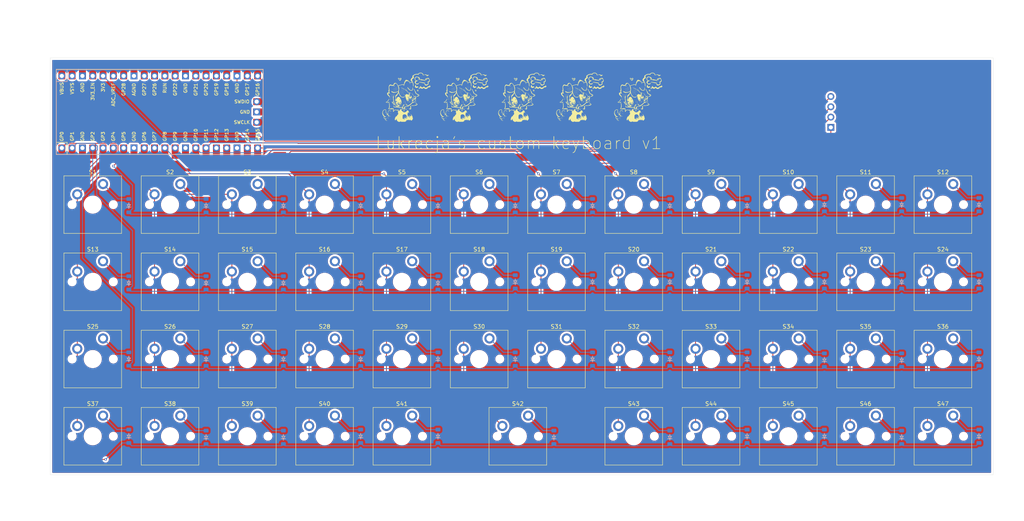
<source format=kicad_pcb>
(kicad_pcb
	(version 20241229)
	(generator "pcbnew")
	(generator_version "9.0")
	(general
		(thickness 1.6)
		(legacy_teardrops no)
	)
	(paper "A4")
	(layers
		(0 "F.Cu" signal)
		(2 "B.Cu" signal)
		(9 "F.Adhes" user "F.Adhesive")
		(11 "B.Adhes" user "B.Adhesive")
		(13 "F.Paste" user)
		(15 "B.Paste" user)
		(5 "F.SilkS" user "F.Silkscreen")
		(7 "B.SilkS" user "B.Silkscreen")
		(1 "F.Mask" user)
		(3 "B.Mask" user)
		(17 "Dwgs.User" user "User.Drawings")
		(19 "Cmts.User" user "User.Comments")
		(21 "Eco1.User" user "User.Eco1")
		(23 "Eco2.User" user "User.Eco2")
		(25 "Edge.Cuts" user)
		(27 "Margin" user)
		(31 "F.CrtYd" user "F.Courtyard")
		(29 "B.CrtYd" user "B.Courtyard")
		(35 "F.Fab" user)
		(33 "B.Fab" user)
		(39 "User.1" user)
		(41 "User.2" user)
		(43 "User.3" user)
		(45 "User.4" user)
	)
	(setup
		(pad_to_mask_clearance 0)
		(allow_soldermask_bridges_in_footprints no)
		(tenting front back)
		(pcbplotparams
			(layerselection 0x00000000_00000000_55555555_5755f5ff)
			(plot_on_all_layers_selection 0x00000000_00000000_00000000_00000000)
			(disableapertmacros no)
			(usegerberextensions no)
			(usegerberattributes yes)
			(usegerberadvancedattributes yes)
			(creategerberjobfile yes)
			(dashed_line_dash_ratio 12.000000)
			(dashed_line_gap_ratio 3.000000)
			(svgprecision 4)
			(plotframeref no)
			(mode 1)
			(useauxorigin no)
			(hpglpennumber 1)
			(hpglpenspeed 20)
			(hpglpendiameter 15.000000)
			(pdf_front_fp_property_popups yes)
			(pdf_back_fp_property_popups yes)
			(pdf_metadata yes)
			(pdf_single_document no)
			(dxfpolygonmode yes)
			(dxfimperialunits yes)
			(dxfusepcbnewfont yes)
			(psnegative no)
			(psa4output no)
			(plot_black_and_white yes)
			(sketchpadsonfab no)
			(plotpadnumbers no)
			(hidednponfab no)
			(sketchdnponfab yes)
			(crossoutdnponfab yes)
			(subtractmaskfromsilk no)
			(outputformat 1)
			(mirror no)
			(drillshape 1)
			(scaleselection 1)
			(outputdirectory "")
		)
	)
	(net 0 "")
	(net 1 "Row 0")
	(net 2 "Net-(D1-A)")
	(net 3 "Net-(D2-A)")
	(net 4 "Net-(D3-A)")
	(net 5 "Net-(D4-A)")
	(net 6 "Net-(D5-A)")
	(net 7 "Net-(D6-A)")
	(net 8 "Net-(D7-A)")
	(net 9 "Net-(D8-A)")
	(net 10 "Net-(D9-A)")
	(net 11 "Net-(D10-A)")
	(net 12 "Net-(D11-A)")
	(net 13 "Net-(D12-A)")
	(net 14 "Net-(D13-A)")
	(net 15 "Row 1")
	(net 16 "Net-(D14-A)")
	(net 17 "Net-(D15-A)")
	(net 18 "Net-(D16-A)")
	(net 19 "Net-(D17-A)")
	(net 20 "Net-(D18-A)")
	(net 21 "Net-(D19-A)")
	(net 22 "Net-(D20-A)")
	(net 23 "Net-(D21-A)")
	(net 24 "Net-(D22-A)")
	(net 25 "Net-(D23-A)")
	(net 26 "Net-(D24-A)")
	(net 27 "Row 2")
	(net 28 "Net-(D25-A)")
	(net 29 "Net-(D26-A)")
	(net 30 "Net-(D27-A)")
	(net 31 "Net-(D28-A)")
	(net 32 "Net-(D29-A)")
	(net 33 "Net-(D30-A)")
	(net 34 "Net-(D31-A)")
	(net 35 "Net-(D32-A)")
	(net 36 "Net-(D33-A)")
	(net 37 "Net-(D34-A)")
	(net 38 "Net-(D35-A)")
	(net 39 "Net-(D36-A)")
	(net 40 "Row 3")
	(net 41 "Net-(D37-A)")
	(net 42 "Net-(D38-A)")
	(net 43 "Net-(D39-A)")
	(net 44 "Net-(D40-A)")
	(net 45 "Net-(D41-A)")
	(net 46 "Net-(D42-A)")
	(net 47 "Net-(D43-A)")
	(net 48 "Net-(D44-A)")
	(net 49 "Net-(D45-A)")
	(net 50 "Net-(D46-A)")
	(net 51 "Net-(D47-A)")
	(net 52 "Col 0")
	(net 53 "Col 1")
	(net 54 "Col 2")
	(net 55 "Col 3")
	(net 56 "Col 4")
	(net 57 "Col 5")
	(net 58 "Col 6")
	(net 59 "Col 7")
	(net 60 "Col 8")
	(net 61 "Col 9")
	(net 62 "Col 10")
	(net 63 "Col 11")
	(net 64 "unconnected-(U1-3V3_EN-Pad37)")
	(net 65 "unconnected-(U1-AGND-Pad33)")
	(net 66 "unconnected-(U1-GND-Pad42)")
	(net 67 "unconnected-(U1-GPIO27_ADC1-Pad32)")
	(net 68 "unconnected-(U1-GND-Pad8)")
	(net 69 "unconnected-(U1-GPIO26_ADC0-Pad31)")
	(net 70 "unconnected-(U1-GPIO28_ADC2-Pad34)")
	(net 71 "unconnected-(U1-GND-Pad13)")
	(net 72 "unconnected-(U1-GND-Pad28)")
	(net 73 "unconnected-(U1-ADC_VREF-Pad35)")
	(net 74 "unconnected-(U1-SWCLK-Pad41)")
	(net 75 "unconnected-(U1-GND-Pad18)")
	(net 76 "unconnected-(U1-GPIO19-Pad25)")
	(net 77 "unconnected-(U1-RUN-Pad30)")
	(net 78 "unconnected-(U1-GPIO18-Pad24)")
	(net 79 "unconnected-(U1-GPIO22-Pad29)")
	(net 80 "unconnected-(U1-GND-Pad3)")
	(net 81 "unconnected-(U1-GPIO21-Pad27)")
	(net 82 "unconnected-(U1-SWDIO-Pad43)")
	(net 83 "unconnected-(U1-GND-Pad38)")
	(net 84 "unconnected-(U1-GPIO20-Pad26)")
	(net 85 "unconnected-(U1-VSYS-Pad39)")
	(net 86 "unconnected-(U1-VBUS-Pad40)")
	(net 87 "SDA")
	(net 88 "GND")
	(net 89 "SCL")
	(net 90 "VCC")
	(footprint "ScottoKeebs_MX:MX_PCB_1.00u" (layer "F.Cu") (at 103.8225 121.92))
	(footprint "ScottoKeebs_MX:MX_PCB_1.00u" (layer "F.Cu") (at 46.6725 102.87))
	(footprint "ScottoKeebs_MX:MX_PCB_1.00u" (layer "F.Cu") (at 218.1225 83.82))
	(footprint "ScottoKeebs_MCU:Raspberry_Pi_Pico" (layer "F.Cu") (at 63.1825 60.96 90))
	(footprint "ScottoKeebs_MX:MX_PCB_1.00u" (layer "F.Cu") (at 256.2225 83.82))
	(footprint "ScottoKeebs_MX:MX_PCB_1.00u" (layer "F.Cu") (at 160.9725 83.82))
	(footprint "ScottoKeebs_MX:MX_PCB_1.00u" (layer "F.Cu") (at 199.0725 140.97))
	(footprint "ScottoKeebs_MX:MX_PCB_1.00u" (layer "F.Cu") (at 84.7725 102.87))
	(footprint "ScottoKeebs_MX:MX_PCB_1.00u" (layer "F.Cu") (at 180.0225 121.92))
	(footprint "ScottoKeebs_MX:MX_PCB_1.00u" (layer "F.Cu") (at 180.0225 83.82))
	(footprint "ScottoKeebs_MX:MX_PCB_1.00u" (layer "F.Cu") (at 122.8725 102.87))
	(footprint "ScottoKeebs_MX:MX_PCB_1.00u" (layer "F.Cu") (at 199.0725 102.87))
	(footprint "ScottoKeebs_MX:MX_PCB_1.00u" (layer "F.Cu") (at 237.1725 102.87))
	(footprint "ScottoKeebs_MX:MX_PCB_1.00u" (layer "F.Cu") (at 103.8225 83.82))
	(footprint "ScottoKeebs_MX:MX_PCB_1.00u" (layer "F.Cu") (at 237.1725 140.97))
	(footprint "puppy:puppy"
		(layer "F.Cu")
		(uuid "3e2d8e7f-ec6a-4d5a-9c8e-c94958f77bcc")
		(at 166.6875 57.15)
		(property "Reference" "G***"
			(at 0 0 0)
			(layer "F.SilkS")
			(hide yes)
			(uuid "128d4458-1a65-4cb7-acbd-ad25c5db4dc6")
			(effects
				(font
					(size 1.5 1.5)
					(thickness 0.3)
				)
			)
		)
		(property "Value" "LOGO"
			(at 0.75 0 0)
			(layer "F.SilkS")
			(hide yes)
			(uuid "fa28de1e-dfef-45b3-b035-d7e846129af5")
			(effects
				(font
					(size 1.5 1.5)
					(thickness 0.3)
				)
			)
		)
		(property "Datasheet" ""
			(at 0 0 0)
			(layer "F.Fab")
			(hide yes)
			(uuid "f20c7162-7672-4440-8e4e-c5b3339b3afa")
			(effects
				(font
					(size 1.27 1.27)
					(thickness 0.15)
				)
			)
		)
		(property "Description" ""
			(at 0 0 0)
			(layer "F.Fab")
			(hide yes)
			(uuid "2848b3ea-ef38-4715-9330-f610459fff87")
			(effects
				(font
					(size 1.27 1.27)
					(thickness 0.15)
				)
			)
		)
		(attr board_only exclude_from_pos_files exclude_from_bom)
		(fp_poly
			(pts
				(xy -5.52174 3.658152) (xy -5.530367 3.666779) (xy -5.538995 3.658152) (xy -5.530367 3.649524)
			)
			(stroke
				(width 0)
				(type solid)
			)
			(fill yes)
			(layer "F.SilkS")
			(uuid "63b77e62-f1bd-4dbb-8990-44a614cf05ff")
		)
		(fp_poly
			(pts
				(xy -5.52174 3.934238) (xy -5.530367 3.942866) (xy -5.538995 3.934238) (xy -5.530367 3.925611)
			)
			(stroke
				(width 0)
				(type solid)
			)
			(fill yes)
			(layer "F.SilkS")
			(uuid "7c41b398-ad66-450d-9b36-3da63315cf5b")
		)
		(fp_poly
			(pts
				(xy -5.52174 4.296603) (xy -5.530367 4.30523) (xy -5.538995 4.296603) (xy -5.530367 4.287975)
			)
			(stroke
				(width 0)
				(type solid)
			)
			(fill yes)
			(layer "F.SilkS")
			(uuid "83c51e62-12be-4053-884a-8031621d7d18")
		)
		(fp_poly
			(pts
				(xy -5.469973 3.882472) (xy -5.478601 3.8911) (xy -5.487229 3.882472) (xy -5.478601 3.873844)
			)
			(stroke
				(width 0)
				(type solid)
			)
			(fill yes)
			(layer "F.SilkS")
			(uuid "815b9f0a-8318-4a5a-a644-0f639f2574ca")
		)
		(fp_poly
			(pts
				(xy -5.469973 4.158559) (xy -5.478601 4.167187) (xy -5.487229 4.158559) (xy -5.478601 4.149931)
			)
			(stroke
				(width 0)
				(type solid)
			)
			(fill yes)
			(layer "F.SilkS")
			(uuid "52c0e180-be26-4a27-b62d-15f75e517e00")
		)
		(fp_poly
			(pts
				(xy -5.469973 4.244836) (xy -5.478601 4.253464) (xy -5.487229 4.244836) (xy -5.478601 4.236209)
			)
			(stroke
				(width 0)
				(type solid)
			)
			(fill yes)
			(layer "F.SilkS")
			(uuid "5e3250ce-1902-49c6-a9f8-2c5ead0bb34c")
		)
		(fp_poly
			(pts
				(xy -5.435462 3.934238) (xy -5.44409 3.942866) (xy -5.452718 3.934238) (xy -5.44409 3.925611)
			)
			(stroke
				(width 0)
				(type solid)
			)
			(fill yes)
			(layer "F.SilkS")
			(uuid "666bd7d7-5fd9-4cbf-9912-4de078ff322a")
		)
		(fp_poly
			(pts
				(xy -5.435462 4.19307) (xy -5.44409 4.201698) (xy -5.452718 4.19307) (xy -5.44409 4.184442)
			)
			(stroke
				(width 0)
				(type solid)
			)
			(fill yes)
			(layer "F.SilkS")
			(uuid "9a233082-2582-4cf3-a5a4-dce89ddab709")
		)
		(fp_poly
			(pts
				(xy -5.435462 4.296603) (xy -5.44409 4.30523) (xy -5.452718 4.296603) (xy -5.44409 4.287975)
			)
			(stroke
				(width 0)
				(type solid)
			)
			(fill yes)
			(layer "F.SilkS")
			(uuid "2ae9fb29-6e7d-4c30-8992-0602d0081585")
		)
		(fp_poly
			(pts
				(xy -5.383696 3.606385) (xy -5.392324 3.615013) (xy -5.400952 3.606385) (xy -5.392324 3.597758)
			)
			(stroke
				(width 0)
				(type solid)
			)
			(fill yes)
			(layer "F.SilkS")
			(uuid "f2d1fd27-388c-4d92-afc1-7c99639e86d8")
		)
		(fp_poly
			(pts
				(xy -5.383696 3.796195) (xy -5.392324 3.804823) (xy -5.400952 3.796195) (xy -5.392324 3.787567)
			)
			(stroke
				(width 0)
				(type solid)
			)
			(fill yes)
			(layer "F.SilkS")
			(uuid "78292531-854f-46d6-8076-b297e708fd9d")
		)
		(fp_poly
			(pts
				(xy -5.383696 3.882472) (xy -5.392324 3.8911) (xy -5.400952 3.882472) (xy -5.392324 3.873844)
			)
			(stroke
				(width 0)
				(type solid)
			)
			(fill yes)
			(layer "F.SilkS")
			(uuid "91911e0e-aedf-4dd2-b73f-f721c2d1077e")
		)
		(fp_poly
			(pts
				(xy -5.383696 3.968749) (xy -5.392324 3.977377) (xy -5.400952 3.968749) (xy -5.392324 3.960122)
			)
			(stroke
				(width 0)
				(type solid)
			)
			(fill yes)
			(layer "F.SilkS")
			(uuid "191876c4-2932-4460-abb8-bb45abfec9ae")
		)
		(fp_poly
			(pts
				(xy -5.383696 4.158559) (xy -5.392324 4.167187) (xy -5.400952 4.158559) (xy -5.392324 4.149931)
			)
			(stroke
				(width 0)
				(type solid)
			)
			(fill yes)
			(layer "F.SilkS")
			(uuid "9cecf653-5618-4669-b657-e0dda3576124")
		)
		(fp_poly
			(pts
				(xy -5.383696 4.331113) (xy -5.392324 4.339741) (xy -5.400952 4.331113) (xy -5.392324 4.322486)
			)
			(stroke
				(width 0)
				(type solid)
			)
			(fill yes)
			(layer "F.SilkS")
			(uuid "d5985b63-bba7-4cf1-9746-abcfa14dcd77")
		)
		(fp_poly
			(pts
				(xy -5.33193 3.658152) (xy -5.340558 3.666779) (xy -5.349185 3.658152) (xy -5.340558 3.649524)
			)
			(stroke
				(width 0)
				(type solid)
			)
			(fill yes)
			(layer "F.SilkS")
			(uuid "e0f58be0-088e-4e9d-8342-943f7861bc26")
		)
		(fp_poly
			(pts
				(xy -5.33193 4.020516) (xy -5.340558 4.029143) (xy -5.349185 4.020516) (xy -5.340558 4.011888)
			)
			(stroke
				(width 0)
				(type solid)
			)
			(fill yes)
			(layer "F.SilkS")
			(uuid "acbe47d0-a7a0-4f60-8e69-282e2ee66e5b")
		)
		(fp_poly
			(pts
				(xy -5.33193 4.38288) (xy -5.340558 4.391508) (xy -5.349185 4.38288) (xy -5.340558 4.374252)
			)
			(stroke
				(width 0)
				(type solid)
			)
			(fill yes)
			(layer "F.SilkS")
			(uuid "0237c142-950b-407b-bb13-eb9dd79c5faa")
		)
		(fp_poly
			(pts
				(xy -5.297419 3.796195) (xy -5.306047 3.804823) (xy -5.314674 3.796195) (xy -5.306047 3.787567)
			)
			(stroke
				(width 0)
				(type solid)
			)
			(fill yes)
			(layer "F.SilkS")
			(uuid "792529f2-ab83-49a7-91b8-4697694a8976")
		)
		(fp_poly
			(pts
				(xy -5.245653 3.658152) (xy -5.25428 3.666779) (xy -5.262908 3.658152) (xy -5.25428 3.649524)
			)
			(stroke
				(width 0)
				(type solid)
			)
			(fill yes)
			(layer "F.SilkS")
			(uuid "f34b3d2b-0cfd-4687-9a7c-b24d935b73e5")
		)
		(fp_poly
			(pts
				(xy -5.245653 3.934238) (xy -5.25428 3.942866) (xy -5.262908 3.934238) (xy -5.25428 3.925611)
			)
			(stroke
				(width 0)
				(type solid)
			)
			(fill yes)
			(layer "F.SilkS")
			(uuid "2571cf2e-26d3-4ec7-876d-fc8faf371717")
		)
		(fp_poly
			(pts
				(xy -5.245653 4.020516) (xy -5.25428 4.029143) (xy -5.262908 4.020516) (xy -5.25428 4.011888)
			)
			(stroke
				(width 0)
				(type solid)
			)
			(fill yes)
			(layer "F.SilkS")
			(uuid "5a75ae11-5e51-4b30-afb4-398935c9c178")
		)
		(fp_poly
			(pts
				(xy -5.245653 4.19307) (xy -5.25428 4.201698) (xy -5.262908 4.19307) (xy -5.25428 4.184442)
			)
			(stroke
				(width 0)
				(type solid)
			)
			(fill yes)
			(layer "F.SilkS")
			(uuid "946a842e-a8dc-4b76-9b2f-2579a842d6b2")
		)
		(fp_poly
			(pts
				(xy -5.245653 4.38288) (xy -5.25428 4.391508) (xy -5.262908 4.38288) (xy -5.25428 4.374252)
			)
			(stroke
				(width 0)
				(type solid)
			)
			(fill yes)
			(layer "F.SilkS")
			(uuid "63594389-5966-442b-b6d1-ae401987a214")
		)
		(fp_poly
			(pts
				(xy -5.193886 3.433831) (xy -5.202514 3.442459) (xy -5.211142 3.433831) (xy -5.202514 3.425203)
			)
			(stroke
				(width 0)
				(type solid)
			)
			(fill yes)
			(layer "F.SilkS")
			(uuid "068ea11f-d3d4-45fc-93b0-ac5ec462b1bc")
		)
		(fp_poly
			(pts
				(xy -5.193886 3.520108) (xy -5.202514 3.528736) (xy -5.211142 3.520108) (xy -5.202514 3.51148)
			)
			(stroke
				(width 0)
				(type solid)
			)
			(fill yes)
			(layer "F.SilkS")
			(uuid "dbeb3601-97eb-4e97-937d-54ab7de983f0")
		)
		(fp_poly
			(pts
				(xy -5.193886 3.709918) (xy -5.202514 3.718546) (xy -5.211142 3.709918) (xy -5.202514 3.70129)
			)
			(stroke
				(width 0)
				(type solid)
			)
			(fill yes)
			(layer "F.SilkS")
			(uuid "a4b11432-8151-49c2-9e3f-68f7ae48f9d0")
		)
		(fp_poly
			(pts
				(xy -5.193886 4.158559) (xy -5.202514 4.167187) (xy -5.211142 4.158559) (xy -5.202514 4.149931)
			)
			(stroke
				(width 0)
				(type solid)
			)
			(fill yes)
			(layer "F.SilkS")
			(uuid "2f3eb35b-c602-4ed2-8998-9644f29f9dbf")
		)
		(fp_poly
			(pts
				(xy -5.159375 3.485597) (xy -5.168003 3.494225) (xy -5.176631 3.485597) (xy -5.168003 3.476969)
			)
			(stroke
				(width 0)
				(type solid)
			)
			(fill yes)
			(layer "F.SilkS")
			(uuid "5fa6c9b5-47fe-4e31-9cfd-650b4bed5255")
		)
		(fp_poly
			(pts
				(xy -5.159375 3.744429) (xy -5.168003 3.753056) (xy -5.176631 3.744429) (xy -5.168003 3.735801)
			)
			(stroke
				(width 0)
				(type solid)
			)
			(fill yes)
			(layer "F.SilkS")
			(uuid "b4c11eac-cb34-4ae4-9495-6d6bb670db51")
		)
		(fp_poly
			(pts
				(xy -5.107609 3.796195) (xy -5.116237 3.804823) (xy -5.124865 3.796195) (xy -5.116237 3.787567)
			)
			(stroke
				(width 0)
				(type solid)
			)
			(fill yes)
			(layer "F.SilkS")
			(uuid "528446a1-629e-492e-b2d1-5b85c28bb29e")
		)
		(fp_poly
			(pts
				(xy -5.107609 3.882472) (xy -5.116237 3.8911) (xy -5.124865 3.882472) (xy -5.116237 3.873844)
			)
			(stroke
				(width 0)
				(type solid)
			)
			(fill yes)
			(layer "F.SilkS")
			(uuid "5f498539-9c22-4403-b136-8d2ba1cead5d")
		)
		(fp_poly
			(pts
				(xy -5.107609 4.158559) (xy -5.116237 4.167187) (xy -5.124865 4.158559) (xy -5.116237 4.149931)
			)
			(stroke
				(width 0)
				(type solid)
			)
			(fill yes)
			(layer "F.SilkS")
			(uuid "86f1b828-e926-4493-b22f-ff01ee7f039d")
		)
		(fp_poly
			(pts
				(xy -5.107609 4.244836) (xy -5.116237 4.253464) (xy -5.124865 4.244836) (xy -5.116237 4.236209)
			)
			(stroke
				(width 0)
				(type solid)
			)
			(fill yes)
			(layer "F.SilkS")
			(uuid "814b817e-1461-4ecb-a899-c93fcfcf3907")
		)
		(fp_poly
			(pts
				(xy -5.055843 3.571874) (xy -5.064471 3.580502) (xy -5.073098 3.571874) (xy -5.064471 3.563247)
			)
			(stroke
				(width 0)
				(type solid)
			)
			(fill yes)
			(layer "F.SilkS")
			(uuid "f322d0f9-a60e-4bc3-82b0-621544e24f76")
		)
		(fp_poly
			(pts
				(xy -5.055843 3.658152) (xy -5.064471 3.666779) (xy -5.073098 3.658152) (xy -5.064471 3.649524)
			)
			(stroke
				(width 0)
				(type solid)
			)
			(fill yes)
			(layer "F.SilkS")
			(uuid "a4f02d97-1752-4469-9171-8a0c8089e8f4")
		)
		(fp_poly
			(pts
				(xy -5.055843 4.296603) (xy -5.064471 4.30523) (xy -5.073098 4.296603) (xy -5.064471 4.287975)
			)
			(stroke
				(width 0)
				(type solid)
			)
			(fill yes)
			(layer "F.SilkS")
			(uuid "39af404e-58a5-479e-a5d8-aebda3759226")
		)
		(fp_poly
			(pts
				(xy -5.021332 3.520108) (xy -5.02996 3.528736) (xy -5.038587 3.520108) (xy -5.02996 3.51148)
			)
			(stroke
				(width 0)
				(type solid)
			)
			(fill yes)
			(layer "F.SilkS")
			(uuid "37e62362-1c28-4688-9a38-b2aa9ae83b8a")
		)
		(fp_poly
			(pts
				(xy -5.021332 3.796195) (xy -5.02996 3.804823) (xy -5.038587 3.796195) (xy -5.02996 3.787567)
			)
			(stroke
				(width 0)
				(type solid)
			)
			(fill yes)
			(layer "F.SilkS")
			(uuid "6825dd19-a51f-48e6-a567-768331912be8")
		)
		(fp_poly
			(pts
				(xy -5.021332 3.968749) (xy -5.02996 3.977377) (xy -5.038587 3.968749) (xy -5.02996 3.960122)
			)
			(stroke
				(width 0)
				(type solid)
			)
			(fill yes)
			(layer "F.SilkS")
			(uuid "1979337c-99be-4095-a1a5-6c0790ddd843")
		)
		(fp_poly
			(pts
				(xy -4.969566 3.847961) (xy -4.978193 3.856589) (xy -4.986821 3.847961) (xy -4.978193 3.839334)
			)
			(stroke
				(width 0)
				(type solid)
			)
			(fill yes)
			(layer "F.SilkS")
			(uuid "b36714cd-282b-4c37-8064-b5018f0bf7b3")
		)
		(fp_poly
			(pts
				(xy -4.969566 4.020516) (xy -4.978193 4.029143) (xy -4.986821 4.020516) (xy -4.978193 4.011888)
			)
			(stroke
				(width 0)
				(type solid)
			)
			(fill yes)
			(layer "F.SilkS")
			(uuid "852c1212-5666-40d3-8041-c60f56ce0568")
		)
		(fp_poly
			(pts
				(xy -4.917799 3.968749) (xy -4.926427 3.977377) (xy -4.935055 3.968749) (xy -4.926427 3.960122)
			)
			(stroke
				(width 0)
				(type solid)
			)
			(fill yes)
			(layer "F.SilkS")
			(uuid "18491c97-b6ef-42e8-923c-060001ab3559")
		)
		(fp_poly
			(pts
				(xy -4.779756 3.847961) (xy -4.788384 3.856589) (xy -4.797011 3.847961) (xy -4.788384 3.839334)
			)
			(stroke
				(width 0)
				(type solid)
			)
			(fill yes)
			(layer "F.SilkS")
			(uuid "3157df62-9847-4db8-95eb-affe37d3322f")
		)
		(fp_poly
			(pts
				(xy -4.244837 4.020516) (xy -4.253465 4.029143) (xy -4.262093 4.020516) (xy -4.253465 4.011888)
			)
			(stroke
				(width 0)
				(type solid)
			)
			(fill yes)
			(layer "F.SilkS")
			(uuid "05fb5c17-9142-4a4b-9dbc-b99158f3be1d")
		)
		(fp_poly
			(pts
				(xy -4.193071 4.158559) (xy -4.201699 4.167187) (xy -4.210327 4.158559) (xy -4.201699 4.149931)
			)
			(stroke
				(width 0)
				(type solid)
			)
			(fill yes)
			(layer "F.SilkS")
			(uuid "5d293a75-b9bb-4ae8-9c02-d42cab3d81ad")
		)
		(fp_poly
			(pts
				(xy -4.193071 4.244836) (xy -4.201699 4.253464) (xy -4.210327 4.244836) (xy -4.201699 4.236209)
			)
			(stroke
				(width 0)
				(type solid)
			)
			(fill yes)
			(layer "F.SilkS")
			(uuid "1a472331-c3c3-467e-878a-c66b127bfaac")
		)
		(fp_poly
			(pts
				(xy -4.141305 4.020516) (xy -4.149933 4.029143) (xy -4.15856 4.020516) (xy -4.149933 4.011888)
			)
			(stroke
				(width 0)
				(type solid)
			)
			(fill yes)
			(layer "F.SilkS")
			(uuid "8d56cafa-b135-4e26-ad59-2acad3583fb7")
		)
		(fp_poly
			(pts
				(xy -4.141305 4.106793) (xy -4.149933 4.115421) (xy -4.15856 4.106793) (xy -4.149933 4.098165)
			)
			(stroke
				(width 0)
				(type solid)
			)
			(fill yes)
			(layer "F.SilkS")
			(uuid "b4783ecc-a999-402c-83a1-82af1de8c647")
		)
		(fp_poly
			(pts
				(xy -4.141305 4.19307) (xy -4.149933 4.201698) (xy -4.15856 4.19307) (xy -4.149933 4.184442)
			)
			(stroke
				(width 0)
				(type solid)
			)
			(fill yes)
			(layer "F.SilkS")
			(uuid "c8f52f9a-fa1a-4f7d-96e9-75ec2455ade9")
		)
		(fp_poly
			(pts
				(xy -4.106794 3.796195) (xy -4.115422 3.804823) (xy -4.124049 3.796195) (xy -4.115422 3.787567)
			)
			(stroke
				(width 0)
				(type solid)
			)
			(fill yes)
			(layer "F.SilkS")
			(uuid "5591630d-d1c8-432d-81d4-21fac6372e3d")
		)
		(fp_poly
			(pts
				(xy -4.106794 3.882472) (xy -4.115422 3.8911) (xy -4.124049 3.882472) (xy -4.115422 3.873844)
			)
			(stroke
				(width 0)
				(type solid)
			)
			(fill yes)
			(layer "F.SilkS")
			(uuid "8a4be9e3-3851-47c2-bbb9-70d446217f32")
		)
		(fp_poly
			(pts
				(xy -4.106794 4.158559) (xy -4.115422 4.167187) (xy -4.124049 4.158559) (xy -4.115422 4.149931)
			)
			(stroke
				(width 0)
				(type solid)
			)
			(fill yes)
			(layer "F.SilkS")
			(uuid "2bcacab2-0d2d-4c58-a6c8-5406c5c9b6d8")
		)
		(fp_poly
			(pts
				(xy -4.106794 4.244836) (xy -4.115422 4.253464) (xy -4.124049 4.244836) (xy -4.115422 4.236209)
			)
			(stroke
				(width 0)
				(type solid)
			)
			(fill yes)
			(layer "F.SilkS")
			(uuid "62a232f8-c119-4923-bfc5-fecd88a16a30")
		)
		(fp_poly
			(pts
				(xy -4.055028 3.658152) (xy -4.063655 3.666779) (xy -4.072283 3.658152) (xy -4.063655 3.649524)
			)
			(stroke
				(width 0)
				(type solid)
			)
			(fill yes)
			(layer "F.SilkS")
			(uuid "8132b4da-b42b-4fac-b6c9-2313e9945b7d")
		)
		(fp_poly
			(pts
				(xy -4.055028 3.744429) (xy -4.063655 3.753056) (xy -4.072283 3.744429) (xy -4.063655 3.735801)
			)
			(stroke
				(width 0)
				(type solid)
			)
			(fill yes)
			(layer "F.SilkS")
			(uuid "5174e534-29ed-4131-9ad6-9e53659a1145")
		)
		(fp_poly
			(pts
				(xy -4.055028 3.847961) (xy -4.063655 3.856589) (xy -4.072283 3.847961) (xy -4.063655 3.839334)
			)
			(stroke
				(width 0)
				(type solid)
			)
			(fill yes)
			(layer "F.SilkS")
			(uuid "65b8a4cd-265a-44d3-8429-dcddf34f7d87")
		)
		(fp_poly
			(pts
				(xy -4.055028 4.296603) (xy -4.063655 4.30523) (xy -4.072283 4.296603) (xy -4.063655 4.287975)
			)
			(stroke
				(width 0)
				(type solid)
			)
			(fill yes)
			(layer "F.SilkS")
			(uuid "1adb153c-19a7-44f7-a3ea-0be57a968801")
		)
		(fp_poly
			(pts
				(xy -4.003261 4.158559) (xy -4.011889 4.167187) (xy -4.020517 4.158559) (xy -4.011889 4.149931)
			)
			(stroke
				(width 0)
				(type solid)
			)
			(fill yes)
			(layer "F.SilkS")
			(uuid "faa13688-f400-4804-b9fc-85e98e025bf4")
		)
		(fp_poly
			(pts
				(xy -4.003261 4.244836) (xy -4.011889 4.253464) (xy -4.020517 4.244836) (xy -4.011889 4.236209)
			)
			(stroke
				(width 0)
				(type solid)
			)
			(fill yes)
			(layer "F.SilkS")
			(uuid "24f19aa4-7300-4167-b87d-c95a2703f7c1")
		)
		(fp_poly
			(pts
				(xy -3.96875 0.345108) (xy -3.977378 0.353736) (xy -3.986006 0.345108) (xy -3.977378 0.33648)
			)
			(stroke
				(width 0)
				(type solid)
			)
			(fill yes)
			(layer "F.SilkS")
			(uuid "a273c9d1-f039-4678-8537-cdadc6ca1146")
		)
		(fp_poly
			(pts
				(xy -3.865218 0.258831) (xy -3.873846 0.267459) (xy -3.882473 0.258831) (xy -3.873846 0.250203)
			)
			(stroke
				(width 0)
				(type solid)
			)
			(fill yes)
			(layer "F.SilkS")
			(uuid "5471e1c8-e805-436d-95e0-9ae3105b72d9")
		)
		(fp_poly
			(pts
				(xy -3.830707 -0.327854) (xy -3.839335 -0.319226) (xy -3.847962 -0.327854) (xy -3.839335 -0.336482)
			)
			(stroke
				(width 0)
				(type solid)
			)
			(fill yes)
			(layer "F.SilkS")
			(uuid "badc242e-b463-46da-b0a6-8b1ba788d933")
		)
		(fp_poly
			(pts
				(xy -3.830707 0.120787) (xy -3.839335 0.129415) (xy -3.847962 0.120787) (xy -3.839335 0.11216)
			)
			(stroke
				(width 0)
				(type solid)
			)
			(fill yes)
			(layer "F.SilkS")
			(uuid "37763dcc-f73f-4fb4-8952-36cce3a2056c")
		)
		(fp_poly
			(pts
				(xy -3.778941 -0.276088) (xy -3.787568 -0.26746) (xy -3.796196 -0.276088) (xy -3.787568 -0.284715)
			)
			(stroke
				(width 0)
				(type solid)
			)
			(fill yes)
			(layer "F.SilkS")
			(uuid "94320c33-b380-4d1e-a67b-5046f0c21477")
		)
		(fp_poly
			(pts
				(xy -3.778941 -0.18981) (xy -3.787568 -0.181183) (xy -3.796196 -0.18981) (xy -3.787568 -0.198438)
			)
			(stroke
				(width 0)
				(type solid)
			)
			(fill yes)
			(layer "F.SilkS")
			(uuid "2a5e6a92-6341-49e2-8648-7e62c17dd3f7")
		)
		(fp_poly
			(pts
				(xy -3.778941 -0.017256) (xy -3.787568 -0.008628) (xy -3.796196 -0.017256) (xy -3.787568 -0.025884)
			)
			(stroke
				(width 0)
				(type solid)
			)
			(fill yes)
			(layer "F.SilkS")
			(uuid "5fa8677f-e768-47af-a14d-4ed2af25dd3d")
		)
		(fp_poly
			(pts
				(xy -3.778941 0.069021) (xy -3.787568 0.077649) (xy -3.796196 0.069021) (xy -3.787568 0.060393)
			)
			(stroke
				(width 0)
				(type solid)
			)
			(fill yes)
			(layer "F.SilkS")
			(uuid "81f53363-a363-4fab-9a68-5710cef584de")
		)
		(fp_poly
			(pts
				(xy -3.778941 0.258831) (xy -3.787568 0.267459) (xy -3.796196 0.258831) (xy -3.787568 0.250203)
			)
			(stroke
				(width 0)
				(type solid)
			)
			(fill yes)
			(layer "F.SilkS")
			(uuid "2c6b1114-bd2b-4706-9b15-88ab8c438f68")
		)
		(fp_poly
			(pts
				(xy -3.727174 -0.327854) (xy -3.735802 -0.319226) (xy -3.74443 -0.327854) (xy -3.735802 -0.336482)
			)
			(stroke
				(width 0)
				(type solid)
			)
			(fill yes)
			(layer "F.SilkS")
			(uuid "d682f6a3-dab0-4de0-a506-3e66336b059b")
		)
		(fp_poly
			(pts
				(xy -3.727174 -0.241577) (xy -3.735802 -0.232949) (xy -3.74443 -0.241577) (xy -3.735802 -0.250204)
			)
			(stroke
				(width 0)
				(type solid)
			)
			(fill yes)
			(layer "F.SilkS")
			(uuid "491fab91-563c-4bb2-8e34-3d006d06e141")
		)
		(fp_poly
			(pts
				(xy -3.727174 -0.1553) (xy -3.735802 -0.146672) (xy -3.74443 -0.1553) (xy -3.735802 -0.163927)
			)
			(stroke
				(width 0)
				(type solid)
			)
			(fill yes)
			(layer "F.SilkS")
			(uuid "548c58a3-db54-4e35-8e9b-a8999d18f36c")
		)
		(fp_poly
			(pts
				(xy -3.727174 0.03451) (xy -3.735802 0.043138) (xy -3.74443 0.03451) (xy -3.735802 0.025883)
			)
			(stroke
				(width 0)
				(type solid)
			)
			(fill yes)
			(layer "F.SilkS")
			(uuid "ed4c955f-df1b-4aa3-ad54-e4192a1a55de")
		)
		(fp_poly
			(pts
				(xy -3.727174 0.483152) (xy -3.735802 0.491779) (xy -3.74443 0.483152) (xy -3.735802 0.474524)
			)
			(stroke
				(width 0)
				(type solid)
			)
			(fill yes)
			(layer "F.SilkS")
			(uuid "11d03186-41b2-4312-a483-03c37b18ab0c")
		)
		(fp_poly
			(pts
				(xy -3.709919 3.81345) (xy -3.718547 3.822078) (xy -3.727174 3.81345) (xy -3.718547 3.804823)
			)
			(stroke
				(width 0)
				(type solid)
			)
			(fill yes)
			(layer "F.SilkS")
			(uuid "1f120b61-c081-4cc1-8afc-74390c7826f2")
		)
		(fp_poly
			(pts
				(xy -3.692664 -0.465897) (xy -3.701291 -0.45727) (xy -3.709919 -0.465897) (xy -3.701291 -0.474525)
			)
			(stroke
				(width 0)
				(type solid)
			)
			(fill yes)
			(layer "F.SilkS")
			(uuid "6d752333-a49a-44ce-9648-c1a1e870ad08")
		)
		(fp_poly
			(pts
				(xy -3.692664 -0.37962) (xy -3.701291 -0.370992) (xy -3.709919 -0.37962) (xy -3.701291 -0.388248)
			)
			(stroke
				(width 0)
				(type solid)
			)
			(fill yes)
			(layer "F.SilkS")
			(uuid "0c95b0eb-ae6f-4daa-a1de-b5fd01242c60")
		)
		(fp_poly
			(pts
				(xy -3.692664 -0.103533) (xy -3.701291 -0.094906) (xy -3.709919 -0.103533) (xy -3.701291 -0.112161)
			)
			(stroke
				(width 0)
				(type solid)
			)
			(fill yes)
			(layer "F.SilkS")
			(uuid "8e47ce5e-ba81-44b6-8c1e-c5ecd4ab003a")
		)
		(fp_poly
			(pts
				(xy -3.692664 -0.017256) (xy -3.701291 -0.008628) (xy -3.709919 -0.017256) (xy -3.701291 -0.025884)
			)
			(stroke
				(width 0)
				(type solid)
			)
			(fill yes)
			(layer "F.SilkS")
			(uuid "f98b2bd1-a778-4f12-b343-84c72f294085")
		)
		(fp_poly
			(pts
				(xy -3.692664 0.258831) (xy -3.701291 0.267459) (xy -3.709919 0.258831) (xy -3.701291 0.250203)
			)
			(stroke
				(width 0)
				(type solid)
			)
			(fill yes)
			(layer "F.SilkS")
			(uuid "13dbb78b-b4e9-46e6-92b6-4727c36cc4b5")
		)
		(fp_poly
			(pts
				(xy -3.692664 0.345108) (xy -3.701291 0.353736) (xy -3.709919 0.345108) (xy -3.701291 0.33648)
			)
			(stroke
				(width 0)
				(type solid)
			)
			(fill yes)
			(layer "F.SilkS")
			(uuid "e5172908-6ef9-43fe-85b4-841fbcba7b7a")
		)
		(fp_poly
			(pts
				(xy -3.640897 -0.603941) (xy -3.649525 -0.595313) (xy -3.658153 -0.603941) (xy -3.649525 -0.612569)
			)
			(stroke
				(width 0)
				(type solid)
			)
			(fill yes)
			(layer "F.SilkS")
			(uuid "31779859-9335-437c-8181-839c602a5302")
		)
		(fp_poly
			(pts
				(xy -3.640897 -0.327854) (xy -3.649525 -0.319226) (xy -3.658153 -0.327854) (xy -3.649525 -0.336482)
			)
			(stroke
				(width 0)
				(type solid)
			)
			(fill yes)
			(layer "F.SilkS")
			(uuid "467b0069-a4f9-4c28-8220-45406f5c10ef")
		)
		(fp_poly
			(pts
				(xy -3.640897 -0.241577) (xy -3.649525 -0.232949) (xy -3.658153 -0.241577) (xy -3.649525 -0.250204)
			)
			(stroke
				(width 0)
				(type solid)
			)
			(fill yes)
			(layer "F.SilkS")
			(uuid "1a214bc4-67d9-4d50-9474-83a3dc59599d")
		)
		(fp_poly
			(pts
				(xy -3.640897 0.120787) (xy -3.649525 0.129415) (xy -3.658153 0.120787) (xy -3.649525 0.11216)
			)
			(stroke
				(width 0)
				(type solid)
			)
			(fill yes)
			(layer "F.SilkS")
			(uuid "1faf95b3-a05f-490f-a25d-7e420d2a4e23")
		)
		(fp_poly
			(pts
				(xy -3.589131 -0.552175) (xy -3.597759 -0.543547) (xy -3.606386 -0.552175) (xy -3.597759 -0.560802)
			)
			(stroke
				(width 0)
				(type solid)
			)
			(fill yes)
			(layer "F.SilkS")
			(uuid "144c1b14-b62e-4a52-bf02-6a48a805de8e")
		)
		(fp_poly
			(pts
				(xy -3.589131 -0.276088) (xy -3.597759 -0.26746) (xy -3.606386 -0.276088) (xy -3.597759 -0.284715)
			)
			(stroke
				(width 0)
				(type solid)
			)
			(fill yes)
			(layer "F.SilkS")
			(uuid "818f0c9d-dafa-4f21-b72c-0446e9a836cf")
		)
		(fp_poly
			(pts
				(xy -3.589131 0.345108) (xy -3.597759 0.353736) (xy -3.606386 0.345108) (xy -3.597759 0.33648)
			)
			(stroke
				(width 0)
				(type solid)
			)
			(fill yes)
			(layer "F.SilkS")
			(uuid "96496105-1381-4578-83c0-79726b03ebe7")
		)
		(fp_poly
			(pts
				(xy -3.589131 0.431385) (xy -3.597759 0.440013) (xy -3.606386 0.431385) (xy -3.597759 0.422758)
			)
			(stroke
				(width 0)
				(type solid)
			)
			(fill yes)
			(layer "F.SilkS")
			(uuid "65205333-f845-4c5a-8cfd-b65a13673f2a")
		)
		(fp_poly
			(pts
				(xy -3.589131 0.534918) (xy -3.597759 0.543546) (xy -3.606386 0.534918) (xy -3.597759 0.52629)
			)
			(stroke
				(width 0)
				(type solid)
			)
			(fill yes)
			(layer "F.SilkS")
			(uuid "5ac29126-cc1f-4820-a857-702b8a70f606")
		)
		(fp_poly
			(pts
				(xy -3.55462 -0.603941) (xy -3.563248 -0.595313) (xy -3.571875 -0.603941) (xy -3.563248 -0.612569)
			)
			(stroke
				(width 0)
				(type solid)
			)
			(fill yes)
			(layer "F.SilkS")
			(uuid "4bd17f82-5773-45e1-9a18-5e8bb833e4b4")
		)
		(fp_poly
			(pts
				(xy -3.55462 0.03451) (xy -3.563248 0.043138) (xy -3.571875 0.03451) (xy -3.563248 0.025883)
			)
			(stroke
				(width 0)
				(type solid)
			)
			(fill yes)
			(layer "F.SilkS")
			(uuid "e2cb0603-a21f-43e6-8f77-d9480b05f9aa")
		)
		(fp_poly
			(pts
				(xy -3.502854 -0.638452) (xy -3.511481 -0.629824) (xy -3.520109 -0.638452) (xy -3.511481 -0.647079)
			)
			(stroke
				(width 0)
				(type solid)
			)
			(fill yes)
			(layer "F.SilkS")
			(uuid "d60aa8a4-0302-4e1e-bb3c-d13f4edeedf6")
		)
		(fp_poly
			(pts
				(xy -3.502854 -0.552175) (xy -3.511481 -0.543547) (xy -3.520109 -0.552175) (xy -3.511481 -0.560802)
			)
			(stroke
				(width 0)
				(type solid)
			)
			(fill yes)
			(layer "F.SilkS")
			(uuid "f221a980-d2a1-4c84-8d8e-2a9906ec6133")
		)
		(fp_poly
			(pts
				(xy -3.502854 -0.276088) (xy -3.511481 -0.26746) (xy -3.520109 -0.276088) (xy -3.511481 -0.284715)
			)
			(stroke
				(width 0)
				(type solid)
			)
			(fill yes)
			(layer "F.SilkS")
			(uuid "d1022847-e933-4697-a330-a06048a17359")
		)
		(fp_poly
			(pts
				(xy -3.502854 0.345108) (xy -3.511481 0.353736) (xy -3.520109 0.345108) (xy -3.511481 0.33648)
			)
			(stroke
				(width 0)
				(type solid)
			)
			(fill yes)
			(layer "F.SilkS")
			(uuid "578d2558-ebde-489c-9538-8794896ef241")
		)
		(fp_poly
			(pts
				(xy -3.451087 0.483152) (xy -3.459715 0.491779) (xy -3.468343 0.483152) (xy -3.459715 0.474524)
			)
			(stroke
				(width 0)
				(type solid)
			)
			(fill yes)
			(layer "F.SilkS")
			(uuid "00cdca3c-c6ce-4b19-84ec-8c8852b28ecd")
		)
		(fp_poly
			(pts
				(xy -3.416577 -0.465897) (xy -3.425204 -0.45727) (xy -3.433832 -0.465897) (xy -3.425204 -0.474525)
			)
			(stroke
				(width 0)
				(type solid)
			)
			(fill yes)
			(layer "F.SilkS")
			(uuid "e9be52bb-8762-43ac-9595-8a407e2f2e37")
		)
		(fp_poly
			(pts
				(xy -3.416577 -0.276088) (xy -3.425204 -0.26746) (xy -3.433832 -0.276088) (xy -3.425204 -0.284715)
			)
			(stroke
				(width 0)
				(type solid)
			)
			(fill yes)
			(layer "F.SilkS")
			(uuid "9208c2a0-b61c-4c7f-8098-dba8710ad349")
		)
		(fp_poly
			(pts
				(xy -3.416577 0.069021) (xy -3.425204 0.077649) (xy -3.433832 0.069021) (xy -3.425204 0.060393)
			)
			(stroke
				(width 0)
				(type solid)
			)
			(fill yes)
			(layer "F.SilkS")
			(uuid "d2057fa7-2956-45a2-bd66-1ad062bcd370")
		)
		(fp_poly
			(pts
				(xy -3.416577 0.258831) (xy -3.425204 0.267459) (xy -3.433832 0.258831) (xy -3.425204 0.250203)
			)
			(stroke
				(width 0)
				(type solid)
			)
			(fill yes)
			(layer "F.SilkS")
			(uuid "670541bc-df5e-4e82-8a1c-8ce8f4d59e2a")
		)
		(fp_poly
			(pts
				(xy -3.416577 0.345108) (xy -3.425204 0.353736) (xy -3.433832 0.345108) (xy -3.425204 0.33648)
			)
			(stroke
				(width 0)
				(type solid)
			)
			(fill yes)
			(layer "F.SilkS")
			(uuid "8e11db0d-7a24-4216-a30d-d9da12afd166")
		)
		(fp_poly
			(pts
				(xy -3.416577 0.534918) (xy -3.425204 0.543546) (xy -3.433832 0.534918) (xy -3.425204 0.52629)
			)
			(stroke
				(width 0)
				(type solid)
			)
			(fill yes)
			(layer "F.SilkS")
			(uuid "c201da09-5649-466c-a313-fd2a6a422f52")
		)
		(fp_poly
			(pts
				(xy -3.36481 -0.690218) (xy -3.373438 -0.68159) (xy -3.382066 -0.690218) (xy -3.373438 -0.698846)
			)
			(stroke
				(width 0)
				(type solid)
			)
			(fill yes)
			(layer "F.SilkS")
			(uuid "8a00e05d-7c43-4031-ab82-03d3cd30b74d")
		)
		(fp_poly
			(pts
				(xy -3.36481 -0.241577) (xy -3.373438 -0.232949) (xy -3.382066 -0.241577) (xy -3.373438 -0.250204)
			)
			(stroke
				(width 0)
				(type solid)
			)
			(fill yes)
			(layer "F.SilkS")
			(uuid "305d760c-c5d5-4b74-9189-3f8b220e6576")
		)
		(fp_poly
			(pts
				(xy -3.36481 0.03451) (xy -3.373438 0.043138) (xy -3.382066 0.03451) (xy -3.373438 0.025883)
			)
			(stroke
				(width 0)
				(type solid)
			)
			(fill yes)
			(layer "F.SilkS")
			(uuid "3edd52c4-4012-482e-af85-2510fa701ca0")
		)
		(fp_poly
			(pts
				(xy -3.313044 -0.741984) (xy -3.321672 -0.733357) (xy -3.330299 -0.741984) (xy -3.321672 -0.750612)
			)
			(stroke
				(width 0)
				(type solid)
			)
			(fill yes)
			(layer "F.SilkS")
			(uuid "0b1499b5-761f-4abd-ac86-1184ccd674c5")
		)
		(fp_poly
			(pts
				(xy -3.278533 -0.776495) (xy -3.287161 -0.767867) (xy -3.295789 -0.776495) (xy -3.287161 -0.785123)
			)
			(stroke
				(width 0)
				(type solid)
			)
			(fill yes)
			(layer "F.SilkS")
			(uuid "20906612-9324-4cf8-a887-7a9346505f4b")
		)
		(fp_poly
			(pts
				(xy -3.278533 -0.327854) (xy -3.287161 -0.319226) (xy -3.295789 -0.327854) (xy -3.287161 -0.336482)
			)
			(stroke
				(width 0)
				(type solid)
			)
			(fill yes)
			(layer "F.SilkS")
			(uuid "1c33c6e7-66a0-49a7-b437-69cb50b58087")
		)
		(fp_poly
			(pts
				(xy -3.226767 -0.638452) (xy -3.235395 -0.629824) (xy -3.244022 -0.638452) (xy -3.235395 -0.647079)
			)
			(stroke
				(width 0)
				(type solid)
			)
			(fill yes)
			(layer "F.SilkS")
			(uuid "9ab6dc0d-d521-4229-b3da-77deb6e1d45a")
		)
		(fp_poly
			(pts
				(xy -3.226767 -0.552175) (xy -3.235395 -0.543547) (xy -3.244022 -0.552175) (xy -3.235395 -0.560802)
			)
			(stroke
				(width 0)
				(type solid)
			)
			(fill yes)
			(layer "F.SilkS")
			(uuid "e868a771-45ad-4ae2-9fbf-e16f518bd404")
		)
		(fp_poly
			(pts
				(xy -3.226767 -0.103533) (xy -3.235395 -0.094906) (xy -3.244022 -0.103533) (xy -3.235395 -0.112161)
			)
			(stroke
				(width 0)
				(type solid)
			)
			(fill yes)
			(layer "F.SilkS")
			(uuid "d5f9d083-12bb-433d-877c-549011399762")
		)
		(fp_poly
			(pts
				(xy -3.226767 -0.017256) (xy -3.235395 -0.008628) (xy -3.244022 -0.017256) (xy -3.235395 -0.025884)
			)
			(stroke
				(width 0)
				(type solid)
			)
			(fill yes)
			(layer "F.SilkS")
			(uuid "820651d0-5819-4ded-a2a2-4e5e2c1261d4")
		)
		(fp_poly
			(pts
				(xy -3.192256 -1.587501) (xy -3.200884 -1.578873) (xy -3.209511 -1.587501) (xy -3.200884 -1.596128)
			)
			(stroke
				(width 0)
				(type solid)
			)
			(fill yes)
			(layer "F.SilkS")
			(uuid "1a51edb8-1f84-4b63-a4f7-7023048bdb97")
		)
		(fp_poly
			(pts
				(xy -3.192256 0.03451) (xy -3.200884 0.043138) (xy -3.209511 0.03451) (xy -3.200884 0.025883)
			)
			(stroke
				(width 0)
				(type solid)
			)
			(fill yes)
			(layer "F.SilkS")
			(uuid "eaa6f6d9-1e6c-44c2-953b-e026271c90a4")
		)
		(fp_poly
			(pts
				(xy -3.175 -1.414946) (xy -3.183628 -1.406319) (xy -3.192256 -1.414946) (xy -3.183628 -1.423574)
			)
			(stroke
				(width 0)
				(type solid)
			)
			(fill yes)
			(layer "F.SilkS")
			(uuid "02be932e-ee17-4989-b370-3e5ce7871a60")
		)
		(fp_poly
			(pts
				(xy -3.14049 -1.898098) (xy -3.149117 -1.889471) (xy -3.157745 -1.898098) (xy -3.149117 -1.906726)
			)
			(stroke
				(width 0)
				(type solid)
			)
			(fill yes)
			(layer "F.SilkS")
			(uuid "ff8e7f8e-36ca-4329-b6da-4d3efdf4df68")
		)
		(fp_poly
			(pts
				(xy -3.14049 -1.811821) (xy -3.149117 -1.803194) (xy -3.157745 -1.811821) (xy -3.149117 -1.820449)
			)
			(stroke
				(width 0)
				(type solid)
			)
			(fill yes)
			(layer "F.SilkS")
			(uuid "439a90df-9ad9-4674-8b3d-a0a5e1106257")
		)
		(fp_poly
			(pts
				(xy -3.14049 -1.535734) (xy -3.149117 -1.527107) (xy -3.157745 -1.535734) (xy -3.149117 -1.544362)
			)
			(stroke
				(width 0)
				(type solid)
			)
			(fill yes)
			(layer "F.SilkS")
			(uuid "8ab3cddc-a51b-41ac-be67-9ca10406bcd7")
		)
		(fp_poly
			(pts
				(xy -3.14049 -1.449457) (xy -3.149117 -1.440829) (xy -3.157745 -1.449457) (xy -3.149117 -1.458085)
			)
			(stroke
				(width 0)
				(type solid)
			)
			(fill yes)
			(layer "F.SilkS")
			(uuid "8810d7c8-ddfe-4246-8cf5-592e680e93d6")
		)
		(fp_poly
			(pts
				(xy -3.14049 -1.36318) (xy -3.149117 -1.354552) (xy -3.157745 -1.36318) (xy -3.149117 -1.371808)
			)
			(stroke
				(width 0)
				(type solid)
			)
			(fill yes)
			(layer "F.SilkS")
			(uuid "45be46ce-e3cd-42af-84f9-7ce000acfb7b")
		)
		(fp_poly
			(pts
				(xy -3.14049 -0.638452) (xy -3.149117 -0.629824) (xy -3.157745 -0.638452) (xy -3.149117 -0.647079)
			)
			(stroke
				(width 0)
				(type solid)
			)
			(fill yes)
			(layer "F.SilkS")
			(uuid "62601cad-c497-4c26-88e7-9c56c4f58b98")
		)
		(fp_poly
			(pts
				(xy -3.14049 -0.552175) (xy -3.149117 -0.543547) (xy -3.157745 -0.552175) (xy -3.149117 -0.560802)
			)
			(stroke
				(width 0)
				(type solid)
			)
			(fill yes)
			(layer "F.SilkS")
			(uuid "dc8af9d1-0f91-4ab6-817b-3c06c53b3399")
		)
		(fp_poly
			(pts
				(xy -3.105979 -1.414946) (xy -3.114606 -1.406319) (xy -3.123234 -1.414946) (xy -3.114606 -1.423574)
			)
			(stroke
				(width 0)
				(type solid)
			)
			(fill yes)
			(layer "F.SilkS")
			(uuid "c21ca9a6-262f-4ac0-8789-39a2d151df40")
		)
		(fp_poly
			(pts
				(xy -3.088723 -0.690218) (xy -3.097351 -0.68159) (xy -3.105979 -0.690218) (xy -3.097351 -0.698846)
			)
			(stroke
				(width 0)
				(type solid)
			)
			(fill yes)
			(layer "F.SilkS")
			(uuid "6c500ee1-df37-4655-a6e4-96e455deb022")
		)
		(fp_poly
			(pts
				(xy -3.054212 -1.259647) (xy -3.06284 -1.25102) (xy -3.071468 -1.259647) (xy -3.06284 -1.268275)
			)
			(stroke
				(width 0)
				(type solid)
			)
			(fill yes)
			(layer "F.SilkS")
			(uuid "15b8f869-97d1-417c-8a67-094d5cacb75a")
		)
		(fp_poly
			(pts
				(xy -3.002446 -2.122419) (xy -3.011074 -2.113791) (xy -3.019702 -2.122419) (xy -3.011074 -2.131047)
			)
			(stroke
				(width 0)
				(type solid)
			)
			(fill yes)
			(layer "F.SilkS")
			(uuid "642c65cc-1bcc-4ca7-a337-91fa2402d39a")
		)
		(fp_poly
			(pts
				(xy -3.002446 -2.036142) (xy -3.011074 -2.027514) (xy -3.019702 -2.036142) (xy -3.011074 -2.04477)
			)
			(stroke
				(width 0)
				(type solid)
			)
			(fill yes)
			(layer "F.SilkS")
			(uuid "915d26e6-e043-41ee-90ea-12517010f473")
		)
		(fp_poly
			(pts
				(xy -3.002446 -1.760055) (xy -3.011074 -1.751427) (xy -3.019702 -1.760055) (xy -3.011074 -1.768683)
			)
			(stroke
				(width 0)
				(type solid)
			)
			(fill yes)
			(layer "F.SilkS")
			(uuid "04829633-5c75-46d5-b0c3-43642b36251a")
		)
		(fp_poly
			(pts
				(xy -3.002446 -1.673778) (xy -3.011074 -1.66515) (xy -3.019702 -1.673778) (xy -3.011074 -1.682406)
			)
			(stroke
				(width 0)
				(type solid)
			)
			(fill yes)
			(layer "F.SilkS")
			(uuid "ec259463-55ae-4019-9636-ee31500e3cdc")
		)
		(fp_poly
			(pts
				(xy -3.002446 -1.587501) (xy -3.011074 -1.578873) (xy -3.019702 -1.587501) (xy -3.011074 -1.596128)
			)
			(stroke
				(width 0)
				(type solid)
			)
			(fill yes)
			(layer "F.SilkS")
			(uuid "6b2c3e6c-a51a-4b5a-a0e7-b3fcb10b04fe")
		)
		(fp_poly
			(pts
				(xy -3.002446 -1.311414) (xy -3.011074 -1.302786) (xy -3.019702 -1.311414) (xy -3.011074 -1.320041)
			)
			(stroke
				(width 0)
				(type solid)
			)
			(fill yes)
			(layer "F.SilkS")
			(uuid "9613474b-9b99-438b-bb83-b84cec5a5b4f")
		)
		(fp_poly
			(pts
				(xy -3.002446 -0.862772) (xy -3.011074 -0.854145) (xy -3.019702 -0.862772) (xy -3.011074 -0.8714)
			)
			(stroke
				(width 0)
				(type solid)
			)
			(fill yes)
			(layer "F.SilkS")
			(uuid "a4982f33-90f3-485d-be04-86cfb217310d")
		)
		(fp_poly
			(pts
				(xy -3.002446 -0.776495) (xy -3.011074 -0.767867) (xy -3.019702 -0.776495) (xy -3.011074 -0.785123)
			)
			(stroke
				(width 0)
				(type solid)
			)
			(fill yes)
			(layer "F.SilkS")
			(uuid "da34317e-13a6-489c-ad9f-568aa11bd984")
		)
		(fp_poly
			(pts
				(xy -3.002446 -0.414131) (xy -3.011074 -0.405503) (xy -3.019702 -0.414131) (xy -3.011074 -0.422759)
			)
			(stroke
				(width 0)
				(type solid)
			)
			(fill yes)
			(layer "F.SilkS")
			(uuid "f9aaf73d-4592-4f05-9a4f-3200f1a11cf4")
		)
		(fp_poly
			(pts
				(xy -2.95068 -2.174185) (xy -2.959308 -2.165558) (xy -2.967935 -2.174185) (xy -2.959308 -2.182813)
			)
			(stroke
				(width 0)
				(type solid)
			)
			(fill yes)
			(layer "F.SilkS")
			(uuid "9a08de42-16d2-47c5-b6a6-275fb9eda664")
		)
		(fp_poly
			(pts
				(xy -2.95068 -1.535734) (xy -2.959308 -1.527107) (xy -2.967935 -1.535734) (xy -2.959308 -1.544362)
			)
			(stroke
				(width 0)
				(type solid)
			)
			(fill yes)
			(layer "F.SilkS")
			(uuid "69d0c755-e338-4884-ba33-f253fa6de21a")
		)
		(fp_poly
			(pts
				(xy -2.95068 -1.449457) (xy -2.959308 -1.440829) (xy -2.967935 -1.449457) (xy -2.959308 -1.458085)
			)
			(stroke
				(width 0)
				(type solid)
			)
			(fill yes)
			(layer "F.SilkS")
			(uuid "47b79868-96f3-45e7-a511-8d04d612d0b7")
		)
		(fp_poly
			(pts
				(xy -2.95068 -1.17337) (xy -2.959308 -1.164742) (xy -2.967935 -1.17337) (xy -2.959308 -1.181998)
			)
			(stroke
				(width 0)
				(type solid)
			)
			(fill yes)
			(layer "F.SilkS")
			(uuid "502886c0-aff0-477a-a0d6-fd6202f6b4df")
		)
		(fp_poly
			(pts
				(xy -2.95068 -0.741984) (xy -2.959308 -0.733357) (xy -2.967935 -0.741984) (xy -2.959308 -0.750612)
			)
			(stroke
				(width 0)
				(type solid)
			)
			(fill yes)
			(layer "F.SilkS")
			(uuid "590b1fbd-fbed-44ad-bb1e-b9b150f32e7f")
		)
		(fp_poly
			(pts
				(xy -2.95068 -0.552175) (xy -2.959308 -0.543547) (xy -2.967935 -0.552175) (xy -2.959308 -0.560802)
			)
			(stroke
				(width 0)
				(type solid)
			)
			(fill yes)
			(layer "F.SilkS")
			(uuid "59c8b445-5257-44de-a8ff-a4ace1048074")
		)
		(fp_poly
			(pts
				(xy -2.916169 -2.122419) (xy -2.924797 -2.113791) (xy -2.933424 -2.122419) (xy -2.924797 -2.131047)
			)
			(stroke
				(width 0)
				(type solid)
			)
			(fill yes)
			(layer "F.SilkS")
			(uuid "ca3df952-8161-48ff-83e9-d4e15b4201cc")
		)
		(fp_poly
			(pts
				(xy -2.916169 -2.036142) (xy -2.924797 -2.027514) (xy -2.933424 -2.036142) (xy -2.924797 -2.04477)
			)
			(stroke
				(width 0)
				(type solid)
			)
			(fill yes)
			(layer "F.SilkS")
			(uuid "451e7348-49f8-4479-bd28-0778d512db22")
		)
		(fp_poly
			(pts
				(xy -2.916169 -1.949865) (xy -2.924797 -1.941237) (xy -2.933424 -1.949865) (xy -2.924797 -1.958492)
			)
			(stroke
				(width 0)
				(type solid)
			)
			(fill yes)
			(layer "F.SilkS")
			(uuid "5a009866-1b5c-484f-bac7-eee1ed8d4f5a")
		)
		(fp_poly
			(pts
				(xy -2.916169 -1.673778) (xy -2.924797 -1.66515) (xy -2.933424 -1.673778) (xy -2.924797 -1.682406)
			)
			(stroke
				(width 0)
				(type solid)
			)
			(fill yes)
			(layer "F.SilkS")
			(uuid "cf3fee2b-3672-4ae6-8cb2-013144b9a0dc")
		)
		(fp_poly
			(pts
				(xy -2.916169 -1.587501) (xy -2.924797 -1.578873) (xy -2.933424 -1.587501) (xy -2.924797 -1.596128)
			)
			(stroke
				(width 0)
				(type solid)
			)
			(fill yes)
			(layer "F.SilkS")
			(uuid "dea1b444-40ab-4bbd-9f70-f62cd379ad4d")
		)
		(fp_poly
			(pts
				(xy -2.916169 -1.311414) (xy -2.924797 -1.302786) (xy -2.933424 -1.311414) (xy -2.924797 -1.320041)
			)
			(stroke
				(width 0)
				(type solid)
			)
			(fill yes)
			(layer "F.SilkS")
			(uuid "cf8b79d0-fbf6-410d-bd61-6ba5b8083040")
		)
		(fp_poly
			(pts
				(xy -2.916169 -1.225137) (xy -2.924797 -1.216509) (xy -2.933424 -1.225137) (xy -2.924797 -1.233764)
			)
			(stroke
				(width 0)
				(type solid)
			)
			(fill yes)
			(layer "F.SilkS")
			(uuid "1b0a685b-91a1-4819-8834-2bf2baab844a")
		)
		(fp_poly
			(pts
				(xy -2.916169 -0.862772) (xy -2.924797 -0.854145) (xy -2.933424 -0.862772) (xy -2.924797 -0.8714)
			)
			(stroke
				(width 0)
				(type solid)
			)
			(fill yes)
			(layer "F.SilkS")
			(uuid "50a98518-c884-4c7d-9466-1192defe654f")
		)
		(fp_poly
			(pts
				(xy -2.916169 -0.776495) (xy -2.924797 -0.767867) (xy -2.933424 -0.776495) (xy -2.924797 -0.785123)
			)
			(stroke
				(width 0)
				(type solid)
			)
			(fill yes)
			(layer "F.SilkS")
			(uuid "d7c1a7da-d3b2-41c6-a564-2136a1c6d819")
		)
		(fp_poly
			(pts
				(xy -2.916169 -0.603941) (xy -2.924797 -0.595313) (xy -2.933424 -0.603941) (xy -2.924797 -0.612569)
			)
			(stroke
				(width 0)
				(type solid)
			)
			(fill yes)
			(layer "F.SilkS")
			(uuid "878665b0-d7b0-40fc-ab0b-173da52542ea")
		)
		(fp_poly
			(pts
				(xy -2.916169 -0.241577) (xy -2.924797 -0.232949) (xy -2.933424 -0.241577) (xy -2.924797 -0.250204)
			)
			(stroke
				(width 0)
				(type solid)
			)
			(fill yes)
			(layer "F.SilkS")
			(uuid "e2402905-95fb-4752-b692-200f6c4ceabc")
		)
		(fp_poly
			(pts
				(xy -2.916169 0.207065) (xy -2.924797 0.215692) (xy -2.933424 0.207065) (xy -2.924797 0.198437)
			)
			(stroke
				(width 0)
				(type solid)
			)
			(fill yes)
			(layer "F.SilkS")
			(uuid "e8dbb458-933e-4735-b687-a366354fa1fa")
		)
		(fp_poly
			(pts
				(xy -2.864403 -2.070653) (xy -2.87303 -2.062025) (xy -2.881658 -2.070653) (xy -2.87303 -2.079281)
			)
			(stroke
				(width 0)
				(type solid)
			)
			(fill yes)
			(layer "F.SilkS")
			(uuid "b4695c34-f4d3-43fa-bd13-5660acfcbca9")
		)
		(fp_poly
			(pts
				(xy -2.864403 -1.535734) (xy -2.87303 -1.527107) (xy -2.881658 -1.535734) (xy -2.87303 -1.544362)
			)
			(stroke
				(width 0)
				(type solid)
			)
			(fill yes)
			(layer "F.SilkS")
			(uuid "ac63c98f-81c2-42bb-8420-be75c055a5e1")
		)
		(fp_poly
			(pts
				(xy -2.864403 -0.103533) (xy -2.87303 -0.094906) (xy -2.881658 -0.103533) (xy -2.87303 -0.112161)
			)
			(stroke
				(width 0)
				(type solid)
			)
			(fill yes)
			(layer "F.SilkS")
			(uuid "3dc75ccc-d798-4924-8a21-6d7d68d0480f")
		)
		(fp_poly
			(pts
				(xy -2.864403 0.172554) (xy -2.87303 0.181181) (xy -2.881658 0.172554) (xy -2.87303 0.163926)
			)
			(stroke
				(width 0)
				(type solid)
			)
			(fill yes)
			(layer "F.SilkS")
			(uuid "48dc9e9b-b298-41dc-ad5f-444a7efd84c2")
		)
		(fp_poly
			(pts
				(xy -2.829892 -1.483968) (xy -2.83852 -1.47534) (xy -2.847147 -1.483968) (xy -2.83852 -1.492596)
			)
			(stroke
				(width 0)
				(type solid)
			)
			(fill yes)
			(layer "F.SilkS")
			(uuid "c2acc871-6a00-42e7-8135-c96c8fd4f0f2")
		)
		(fp_poly
			(pts
				(xy -2.812636 -0.776495) (xy -2.821264 -0.767867) (xy -2.829892 -0.776495) (xy -2.821264 -0.785123)
			)
			(stroke
				(width 0)
				(type solid)
			)
			(fill yes)
			(layer "F.SilkS")
			(uuid "4981df40-2317-495d-8888-676dda22d144")
		)
		(fp_poly
			(pts
				(xy -2.812636 0.03451) (xy -2.821264 0.043138) (xy -2.829892 0.03451) (xy -2.821264 0.025883)
			)
			(stroke
				(width 0)
				(type solid)
			)
			(fill yes)
			(layer "F.SilkS")
			(uuid "b3744802-9252-46e7-99e6-c2ba11137fe4")
		)
		(fp_poly
			(pts
				(xy -2.812636 0.120787) (xy -2.821264 0.129415) (xy -2.829892 0.120787) (xy -2.821264 0.11216)
			)
			(stroke
				(width 0)
				(type solid)
			)
			(fill yes)
			(layer "F.SilkS")
			(uuid "6ece6c7e-a9e3-4a91-8252-08a4c31e2ec2")
		)
		(fp_poly
			(pts
				(xy -2.778125 -2.260463) (xy -2.786753 -2.251835) (xy -2.795381 -2.260463) (xy -2.786753 -2.26909)
			)
			(stroke
				(width 0)
				(type solid)
			)
			(fill yes)
			(layer "F.SilkS")
			(uuid "7ded0183-d54b-4c6a-b244-01397249473b")
		)
		(fp_poly
			(pts
				(xy -2.778125 -1.449457) (xy -2.786753 -1.440829) (xy -2.795381 -1.449457) (xy -2.786753 -1.458085)
			)
			(stroke
				(width 0)
				(type solid)
			)
			(fill yes)
			(layer "F.SilkS")
			(uuid "ef784fed-13c5-4691-8b80-1729d559cc92")
		)
		(fp_poly
			(pts
				(xy -2.778125 -1.17337) (xy -2.786753 -1.164742) (xy -2.795381 -1.17337) (xy -2.786753 -1.181998)
			)
			(stroke
				(width 0)
				(type solid)
			)
			(fill yes)
			(layer "F.SilkS")
			(uuid "f04a8f50-27e4-4922-a135-210b76d3b1d8")
		)
		(fp_poly
			(pts
				(xy -2.778125 -0.638452) (xy -2.786753 -0.629824) (xy -2.795381 -0.638452) (xy -2.786753 -0.647079)
			)
			(stroke
				(width 0)
				(type solid)
			)
			(fill yes)
			(layer "F.SilkS")
			(uuid "657ea680-4412-4e76-8955-6d4d0301844f")
		)
		(fp_poly
			(pts
				(xy -2.778125 -0.017256) (xy -2.786753 -0.008628) (xy -2.795381 -0.017256) (xy -2.786753 -0.025884)
			)
			(stroke
				(width 0)
				(type solid)
			)
			(fill yes)
			(layer "F.SilkS")
			(uuid "2a55ed20-62cb-4492-b521-b691cd9fc506")
		)
		(fp_poly
			(pts
				(xy -2.778125 0.172554) (xy -2.786753 0.181181) (xy -2.795381 0.172554) (xy -2.786753 0.163926)
			)
			(stroke
				(width 0)
				(type solid)
			)
			(fill yes)
			(layer "F.SilkS")
			(uuid "70317e8b-f594-4764-a4d0-8b075b0445f1")
		)
		(fp_poly
			(pts
				(xy -2.726359 -2.208696) (xy -2.734987 -2.200069) (xy -2.743615 -2.208696) (xy -2.734987 -2.217324)
			)
			(stroke
				(width 0)
				(type solid)
			)
			(fill yes)
			(layer "F.SilkS")
			(uuid "f7df6c1e-9a5a-4215-8a64-3de7fbba60d9")
		)
		(fp_poly
			(pts
				(xy -2.726359 -2.122419) (xy -2.734987 -2.113791) (xy -2.743615 -2.122419) (xy -2.734987 -2.131047)
			)
			(stroke
				(width 0)
				(type solid)
			)
			(fill yes)
			(layer "F.SilkS")
			(uuid "85b0bf57-be04-4d73-8daa-d7164aa39703")
		)
		(fp_poly
			(pts
				(xy -2.726359 -2.036142) (xy -2.734987 -2.027514) (xy -2.743615 -2.036142) (xy -2.734987 -2.04477)
			)
			(stroke
				(width 0)
				(type solid)
			)
			(fill yes)
			(layer "F.SilkS")
			(uuid "8730efc9-618d-4fe5-a291-2f540ea8b8df")
		)
		(fp_poly
			(pts
				(xy -2.726359 -1.760055) (xy -2.734987 -1.751427) (xy -2.743615 -1.760055) (xy -2.734987 -1.768683)
			)
			(stroke
				(width 0)
				(type solid)
			)
			(fill yes)
			(layer "F.SilkS")
			(uuid "68670948-82dd-4783-aff0-f6dd68277986")
		)
		(fp_poly
			(pts
				(xy -2.726359 -1.311414) (xy -2.734987 -1.302786) (xy -2.743615 -1.311414) (xy -2.734987 -1.320041)
			)
			(stroke
				(width 0)
				(type solid)
			)
			(fill yes)
			(layer "F.SilkS")
			(uuid "265378ab-cc48-4997-aad2-2e4d757d3703")
		)
		(fp_poly
			(pts
				(xy -2.726359 -1.225137) (xy -2.734987 -1.216509) (xy -2.743615 -1.225137) (xy -2.734987 -1.233764)
			)
			(stroke
				(width 0)
				(type solid)
			)
			(fill yes)
			(layer "F.SilkS")
			(uuid "dbe0a5a0-7052-4b15-b927-af22e3736b87")
		)
		(fp_poly
			(pts
				(xy -2.726359 -1.138859) (xy -2.734987 -1.130232) (xy -2.743615 -1.138859) (xy -2.734987 -1.147487)
			)
			(stroke
				(width 0)
				(type solid)
			)
			(fill yes)
			(layer "F.SilkS")
			(uuid "175ac0c7-8f76-4824-90e4-cf528a9175e5")
		)
		(fp_poly
			(pts
				(xy -2.726359 -0.690218) (xy -2.734987 -0.68159) (xy -2.743615 -0.690218) (xy -2.734987 -0.698846)
			)
			(stroke
				(width 0)
				(type solid)
			)
			(fill yes)
			(layer "F.SilkS")
			(uuid "c3286920-4bd1-46ba-8bee-5e41f4474ebb")
		)
		(fp_poly
			(pts
				(xy -2.726359 -0.414131) (xy -2.734987 -0.405503) (xy -2.743615 -0.414131) (xy -2.734987 -0.422759)
			)
			(stroke
				(width 0)
				(type solid)
			)
			(fill yes)
			(layer "F.SilkS")
			(uuid "e9948e18-880d-4a22-9f54-6b4acd51c8fb")
		)
		(fp_poly
			(pts
				(xy -2.726359 -0.327854) (xy -2.734987 -0.319226) (xy -2.743615 -0.327854) (xy -2.734987 -0.336482)
			)
			(stroke
				(width 0)
				(type solid)
			)
			(fill yes)
			(layer "F.SilkS")
			(uuid "2abe84e5-2ace-416e-8f8d-d8dd272d8a85")
		)
		(fp_poly
			(pts
				(xy -2.726359 -0.241577) (xy -2.734987 -0.232949) (xy -2.743615 -0.241577) (xy -2.734987 -0.250204)
			)
			(stroke
				(width 0)
				(type solid)
			)
			(fill yes)
			(layer "F.SilkS")
			(uuid "282fcdde-f30e-4032-9030-b221c7cdc439")
		)
		(fp_poly
			(pts
				(xy -2.726359 -0.051767) (xy -2.734987 -0.043139) (xy -2.743615 -0.051767) (xy -2.734987 -0.060395)
			)
			(stroke
				(width 0)
				(type solid)
			)
			(fill yes)
			(layer "F.SilkS")
			(uuid "c1feb343-d42d-4a4f-9f09-f874b08a09c0")
		)
		(fp_poly
			(pts
				(xy -2.726359 0.03451) (xy -2.734987 0.043138) (xy -2.743615 0.03451) (xy -2.734987 0.025883)
			)
			(stroke
				(width 0)
				(type solid)
			)
			(fill yes)
			(layer "F.SilkS")
			(uuid "0577d502-9d81-41ac-889f-41e9d7bc22d3")
		)
		(fp_poly
			(pts
				(xy -2.674593 -1.449457) (xy -2.683221 -1.440829) (xy -2.691848 -1.449457) (xy -2.683221 -1.458085)
			)
			(stroke
				(width 0)
				(type solid)
			)
			(fill yes)
			(layer "F.SilkS")
			(uuid "de80375e-6759-4c49-b9a2-adf4b24a5acb")
		)
		(fp_poly
			(pts
				(xy -2.674593 -0.37962) (xy -2.683221 -0.370992) (xy -2.691848 -0.37962) (xy -2.683221 -0.388248)
			)
			(stroke
				(width 0)
				(type solid)
			)
			(fill yes)
			(layer "F.SilkS")
			(uuid "ba403a50-b584-450e-ae9b-c31d8983c85c")
		)
		(fp_poly
			(pts
				(xy -2.674593 -0.017256) (xy -2.683221 -0.008628) (xy -2.691848 -0.017256) (xy -2.683221 -0.025884)
			)
			(stroke
				(width 0)
				(type solid)
			)
			(fill yes)
			(layer "F.SilkS")
			(uuid "ebfd7bdd-ab84-43d6-ace0-7257275cc94a")
		)
		(fp_poly
			(pts
				(xy -2.674593 0.069021) (xy -2.683221 0.077649) (xy -2.691848 0.069021) (xy -2.683221 0.060393)
			)
			(stroke
				(width 0)
				(type solid)
			)
			(fill yes)
			(layer "F.SilkS")
			(uuid "f237fcb0-211c-41a3-be00-b7301c216ef2")
		)
		(fp_poly
			(pts
				(xy -2.640082 -2.312229) (xy -2.64871 -2.303601) (xy -2.657337 -2.312229) (xy -2.64871 -2.320857)
			)
			(stroke
				(width 0)
				(type solid)
			)
			(fill yes)
			(layer "F.SilkS")
			(uuid "6f23b7ac-386b-4bae-80aa-2dab4527d015")
		)
		(fp_poly
			(pts
				(xy -2.640082 -1.673778) (xy -2.64871 -1.66515) (xy -2.657337 -1.673778) (xy -2.64871 -1.682406)
			)
			(stroke
				(width 0)
				(type solid)
			)
			(fill yes)
			(layer "F.SilkS")
			(uuid "fdf3afe4-0861-4ef6-98ab-6864d7ab5ad5")
		)
		(fp_poly
			(pts
				(xy -2.640082 -1.587501) (xy -2.64871 -1.578873) (xy -2.657337 -1.587501) (xy -2.64871 -1.596128)
			)
			(stroke
				(width 0)
				(type solid)
			)
			(fill yes)
			(layer "F.SilkS")
			(uuid "a33f61a1-6f3f-4587-a7b9-196b53c9a140")
		)
		(fp_poly
			(pts
				(xy -2.640082 -1.483968) (xy -2.64871 -1.47534) (xy -2.657337 -1.483968) (xy -2.64871 -1.492596)
			)
			(stroke
				(width 0)
				(type solid)
			)
			(fill yes)
			(layer "F.SilkS")
			(uuid "c2d57ba3-254d-43ff-b186-90b9d5091975")
		)
		(fp_poly
			(pts
				(xy -2.640082 -1.225137) (xy -2.64871 -1.216509) (xy -2.657337 -1.225137) (xy -2.64871 -1.233764)
			)
			(stroke
				(width 0)
				(type solid)
			)
			(fill yes)
			(layer "F.SilkS")
			(uuid "4069f32d-eab2-4345-a3dd-3945c8faf8e6")
		)
		(fp_poly
			(pts
				(xy -2.640082 -0.690218) (xy -2.64871 -0.68159) (xy -2.657337 -0.690218) (xy -2.64871 -0.698846)
			)
			(stroke
				(width 0)
				(type solid)
			)
			(fill yes)
			(layer "F.SilkS")
			(uuid "8a5f8978-7f22-413d-9dd4-8f1dbb24ba01")
		)
		(fp_poly
			(pts
				(xy -2.640082 -0.414131) (xy -2.64871 -0.405503) (xy -2.657337 -0.414131) (xy -2.64871 -0.422759)
			)
			(stroke
				(width 0)
				(type solid)
			)
			(fill yes)
			(layer "F.SilkS")
			(uuid "8eebc8c3-b964-440b-b4a3-21cd1fee9736")
		)
		(fp_poly
			(pts
				(xy -2.640082 -0.327854) (xy -2.64871 -0.319226) (xy -2.657337 -0.327854) (xy -2.64871 -0.336482)
			)
			(stroke
				(width 0)
				(type solid)
			)
			(fill yes)
			(layer "F.SilkS")
			(uuid "f7622d54-ad84-4c6c-a4fb-3c474645fc2d")
		)
		(fp_poly
			(pts
				(xy -2.640082 -0.241577) (xy -2.64871 -0.232949) (xy -2.657337 -0.241577) (xy -2.64871 -0.250204)
			)
			(stroke
				(width 0)
				(type solid)
			)
			(fill yes)
			(layer "F.SilkS")
			(uuid "74d882f9-faa5-49b9-98e1-2c28e9d79ed4")
		)
		(fp_poly
			(pts
				(xy -2.588316 -1.984376) (xy -2.596943 -1.975748) (xy -2.605571 -1.984376) (xy -2.596943 -1.993003)
			)
			(stroke
				(width 0)
				(type solid)
			)
			(fill yes)
			(layer "F.SilkS")
			(uuid "8a308d00-8402-4684-b453-d734266f23d8")
		)
		(fp_poly
			(pts
				(xy -2.588316 -1.622012) (xy -2.596943 -1.613384) (xy -2.605571 -1.622012) (xy -2.596943 -1.630639)
			)
			(stroke
				(width 0)
				(type solid)
			)
			(fill yes)
			(layer "F.SilkS")
			(uuid "93cec5cc-5ebd-455f-b19d-3b6dd36d85da")
		)
		(fp_poly
			(pts
				(xy -2.588316 -1.449457) (xy -2.596943 -1.440829) (xy -2.605571 -1.449457) (xy -2.596943 -1.458085)
			)
			(stroke
				(width 0)
				(type solid)
			)
			(fill yes)
			(layer "F.SilkS")
			(uuid "4e2eff36-25b8-4f63-94fb-231737fd6f6e")
		)
		(fp_poly
			(pts
				(xy -2.588316 -1.259647) (xy -2.596943 -1.25102) (xy -2.605571 -1.259647) (xy -2.596943 -1.268275)
			)
			(stroke
				(width 0)
				(type solid)
			)
			(fill yes)
			(layer "F.SilkS")
			(uuid "35dd7364-7568-4d51-88fd-8e2d3dec2705")
		)
		(fp_poly
			(pts
				(xy -2.588316 -0.638452) (xy -2.596943 -0.629824) (xy -2.605571 -0.638452) (xy -2.596943 -0.647079)
			)
			(stroke
				(width 0)
				(type solid)
			)
			(fill yes)
			(layer "F.SilkS")
			(uuid "0c8a0fc9-293e-4408-bd3b-78a337d79722")
		)
		(fp_poly
			(pts
				(xy -2.588316 -0.552175) (xy -2.596943 -0.543547) (xy -2.605571 -0.552175) (xy -2.596943 -0.560802)
			)
			(stroke
				(width 0)
				(type solid)
			)
			(fill yes)
			(layer "F.SilkS")
			(uuid "e872f9bb-bfd0-41ed-bd24-273d0b3360b1")
		)
		(fp_poly
			(pts
				(xy -2.553805 -1.501223) (xy -2.562433 -1.492596) (xy -2.57106 -1.501223) (xy -2.562433 -1.509851)
			)
			(stroke
				(width 0)
				(type solid)
			)
			(fill yes)
			(layer "F.SilkS")
			(uuid "5b1c9819-6a1b-42fd-978e-03c527a7ef81")
		)
		(fp_poly
			(pts
				(xy -2.536549 -0.241577) (xy -2.545177 -0.232949) (xy -2.553805 -0.241577) (xy -2.545177 -0.250204)
			)
			(stroke
				(width 0)
				(type solid)
			)
			(fill yes)
			(layer "F.SilkS")
			(uuid "e16face7-c9f8-430a-9604-ea77f8f630a1")
		)
		(fp_poly
			(pts
				(xy -2.502039 -2.34674) (xy -2.510666 -2.338112) (xy -2.519294 -2.34674) (xy -2.510666 -2.355367)
			)
			(stroke
				(width 0)
				(type solid)
			)
			(fill yes)
			(layer "F.SilkS")
			(uuid "76bd188e-4a2e-4ee6-8911-0011ca826459")
		)
		(fp_poly
			(pts
				(xy -2.502039 -2.260463) (xy -2.510666 -2.251835) (xy -2.519294 -2.260463) (xy -2.510666 -2.26909)
			)
			(stroke
				(width 0)
				(type solid)
			)
			(fill yes)
			(layer "F.SilkS")
			(uuid "f31e45e4-0929-40de-92a6-d6e2164444dd")
		)
		(fp_poly
			(pts
				(xy -2.502039 -1.535734) (xy -2.510666 -1.527107) (xy -2.519294 -1.535734) (xy -2.510666 -1.544362)
			)
			(stroke
				(width 0)
				(type solid)
			)
			(fill yes)
			(layer "F.SilkS")
			(uuid "3c395f2d-1b0a-4d79-b4ee-3a2590b91664")
		)
		(fp_poly
			(pts
				(xy -2.502039 -1.449457) (xy -2.510666 -1.440829) (xy -2.519294 -1.449457) (xy -2.510666 -1.458085)
			)
			(stroke
				(width 0)
				(type solid)
			)
			(fill yes)
			(layer "F.SilkS")
			(uuid "07d049df-d55d-48e2-b860-7326e2d6edd6")
		)
		(fp_poly
			(pts
				(xy -2.502039 -1.17337) (xy -2.510666 -1.164742) (xy -2.519294 -1.17337) (xy -2.510666 -1.181998)
			)
			(stroke
				(width 0)
				(type solid)
			)
			(fill yes)
			(layer "F.SilkS")
			(uuid "f19a855e-e5a1-43ea-9e39-f848d12ca7cf")
		)
		(fp_poly
			(pts
				(xy -2.450272 -2.036142) (xy -2.4589 -2.027514) (xy -2.467528 -2.036142) (xy -2.4589 -2.04477)
			)
			(stroke
				(width 0)
				(type solid)
			)
			(fill yes)
			(layer "F.SilkS")
			(uuid "de123df4-8f56-4c7d-8420-73a0abad12df")
		)
		(fp_poly
			(pts
				(xy -2.450272 -1.760055) (xy -2.4589 -1.751427) (xy -2.467528 -1.760055) (xy -2.4589 -1.768683)
			)
			(stroke
				(width 0)
				(type solid)
			)
			(fill yes)
			(layer "F.SilkS")
			(uuid "4bb4f459-a482-43b2-add9-d3123efc4f7f")
		)
		(fp_poly
			(pts
				(xy -2.450272 -1.483968) (xy -2.4589 -1.47534) (xy -2.467528 -1.483968) (xy -2.4589 -1.492596)
			)
			(stroke
				(width 0)
				(type solid)
			)
			(fill yes)
			(layer "F.SilkS")
			(uuid "2d5df4e9-725a-431a-ae48-33b18d5ad956")
		)
		(fp_poly
			(pts
				(xy -2.450272 -1.311414) (xy -2.4589 -1.302786) (xy -2.467528 -1.311414) (xy -2.4589 -1.320041)
			)
			(stroke
				(width 0)
				(type solid)
			)
			(fill yes)
			(layer "F.SilkS")
			(uuid "8918ac79-4bc1-4451-a89a-d53176590fdb")
		)
		(fp_poly
			(pts
				(xy -2.450272 -1.225137) (xy -2.4589 -1.216509) (xy -2.467528 -1.225137) (xy -2.4589 -1.233764)
			)
			(stroke
				(width 0)
				(type solid)
			)
			(fill yes)
			(layer "F.SilkS")
			(uuid "556e103e-d580-4841-ab63-def5c288a1b0")
		)
		(fp_poly
			(pts
				(xy -2.363995 -2.122419) (xy -2.372623 -2.113791) (xy -2.38125 -2.122419) (xy -2.372623 -2.131047)
			)
			(stroke
				(width 0)
				(type solid)
			)
			(fill yes)
			(layer "F.SilkS")
			(uuid "9e694700-2eb8-4b70-bce8-17a0a91932f1")
		)
		(fp_poly
			(pts
				(xy -2.363995 -2.036142) (xy -2.372623 -2.027514) (xy -2.38125 -2.036142) (xy -2.372623 -2.04477)
			)
			(stroke
				(width 0)
				(type solid)
			)
			(fill yes)
			(layer "F.SilkS")
			(uuid "19bd851d-51d6-4279-974d-ed81f2fb6e6f")
		)
		(fp_poly
			(pts
				(xy -2.363995 -1.760055) (xy -2.372623 -1.751427) (xy -2.38125 -1.760055) (xy -2.372623 -1.768683)
			)
			(stroke
				(width 0)
				(type solid)
			)
			(fill yes)
			(layer "F.SilkS")
			(uuid "960bdf14-da04-4e74-8883-6c058ebe1648")
		)
		(fp_poly
			(pts
				(xy -2.363995 -1.311414) (xy -2.372623 -1.302786) (xy -2.38125 -1.311414) (xy -2.372623 -1.320041)
			)
			(stroke
				(width 0)
				(type solid)
			)
			(fill yes)
			(layer "F.SilkS")
			(uuid "e3b9eca1-12e8-47c6-8bd1-f45ccb27f73d")
		)
		(fp_poly
			(pts
				(xy -2.312229 -2.174185) (xy -2.320856 -2.165558) (xy -2.329484 -2.174185) (xy -2.320856 -2.182813)
			)
			(stroke
				(width 0)
				(type solid)
			)
			(fill yes)
			(layer "F.SilkS")
			(uuid "82e6cb8b-824c-49aa-9430-796e69868096")
		)
		(fp_poly
			(pts
				(xy -2.312229 -1.259647) (xy -2.320856 -1.25102) (xy -2.329484 -1.259647) (xy -2.320856 -1.268275)
			)
			(stroke
				(width 0)
				(type solid)
			)
			(fill yes)
			(layer "F.SilkS")
			(uuid "6cf55a03-2a75-43f8-8272-92c2ecee9a4b")
		)
		(fp_poly
			(pts
				(xy -2.277718 -2.208696) (xy -2.286346 -2.200069) (xy -2.294973 -2.208696) (xy -2.286346 -2.217324)
			)
			(stroke
				(width 0)
				(type solid)
			)
			(fill yes)
			(layer "F.SilkS")
			(uuid "de9f9b9c-11d7-4426-af4b-040ad709e859")
		)
		(fp_poly
			(pts
				(xy -2.277718 -1.760055) (xy -2.286346 -1.751427) (xy -2.294973 -1.760055) (xy -2.286346 -1.768683)
			)
			(stroke
				(width 0)
				(type solid)
			)
			(fill yes)
			(layer "F.SilkS")
			(uuid "42f0ddce-5183-4834-aebe-973e71a2453d")
		)
		(fp_poly
			(pts
				(xy -2.277718 -1.673778) (xy -2.286346 -1.66515) (xy -2.294973 -1.673778) (xy -2.286346 -1.682406)
			)
			(stroke
				(width 0)
				(type solid)
			)
			(fill yes)
			(layer "F.SilkS")
			(uuid "466168c1-49f4-457e-b2fd-9490ed56568b")
		)
		(fp_poly
			(pts
				(xy -2.277718 -1.483968) (xy -2.286346 -1.47534) (xy -2.294973 -1.483968) (xy -2.286346 -1.492596)
			)
			(stroke
				(width 0)
				(type solid)
			)
			(fill yes)
			(layer "F.SilkS")
			(uuid "35697308-2726-4fa1-87e2-1c15f790aa2a")
		)
		(fp_poly
			(pts
				(xy -2.277718 -1.311414) (xy -2.286346 -1.302786) (xy -2.294973 -1.311414) (xy -2.286346 -1.320041)
			)
			(stroke
				(width 0)
				(type solid)
			)
			(fill yes)
			(layer "F.SilkS")
			(uuid "55318f1d-099a-4994-82a3-e8f073ea8734")
		)
		(fp_poly
			(pts
				(xy -2.277718 2.898912) (xy -2.286346 2.90754) (xy -2.294973 2.898912) (xy -2.286346 2.890285)
			)
			(stroke
				(width 0)
				(type solid)
			)
			(fill yes)
			(layer "F.SilkS")
			(uuid "8ae9dddc-7242-4f9c-bbc2-8aa3d8b7448e")
		)
		(fp_poly
			(pts
				(xy -2.225952 -2.34674) (xy -2.234579 -2.338112) (xy -2.243207 -2.34674) (xy -2.234579 -2.355367)
			)
			(stroke
				(width 0)
				(type solid)
			)
			(fill yes)
			(layer "F.SilkS")
			(uuid "017b4619-158e-4434-88aa-f17e09aee170")
		)
		(fp_poly
			(pts
				(xy -2.225952 -2.260463) (xy -2.234579 -2.251835) (xy -2.243207 -2.260463) (xy -2.234579 -2.26909)
			)
			(stroke
				(width 0)
				(type solid)
			)
			(fill yes)
			(layer "F.SilkS")
			(uuid "e4d15b4c-e009-479e-adb1-43343e3521e3")
		)
		(fp_poly
			(pts
				(xy -2.225952 -2.070653) (xy -2.234579 -2.062025) (xy -2.243207 -2.070653) (xy -2.234579 -2.079281)
			)
			(stroke
				(width 0)
				(type solid)
			)
			(fill yes)
			(layer "F.SilkS")
			(uuid "bc0d4b66-a1fd-42d6-8860-7b6615ece06e")
		)
		(fp_poly
			(pts
				(xy -2.225952 -1.36318) (xy -2.234579 -1.354552) (xy -2.243207 -1.36318) (xy -2.234579 -1.371808)
			)
			(stroke
				(width 0)
				(type solid)
			)
			(fill yes)
			(layer "F.SilkS")
			(uuid "c9f2a09b-6de0-466f-bf0b-55eb5413fd53")
		)
		(fp_poly
			(pts
				(xy -2.225952 2.847146) (xy -2.234579 2.855774) (xy -2.243207 2.847146) (xy -2.234579 2.838518)
			)
			(stroke
				(width 0)
				(type solid)
			)
			(fill yes)
			(layer "F.SilkS")
			(uuid "86b2d63c-4cca-41ea-a220-37e8787337c9")
		)
		(fp_poly
			(pts
				(xy -2.225952 2.950679) (xy -2.234579 2.959306) (xy -2.243207 2.950679) (xy -2.234579 2.942051)
			)
			(stroke
				(width 0)
				(type solid)
			)
			(fill yes)
			(layer "F.SilkS")
			(uuid "2ac0d716-b7ea-41dc-bb86-7281d457a08a")
		)
		(fp_poly
			(pts
				(xy -2.225952 3.123233) (xy -2.234579 3.131861) (xy -2.243207 3.123233) (xy -2.234579 3.114605)
			)
			(stroke
				(width 0)
				(type solid)
			)
			(fill yes)
			(layer "F.SilkS")
			(uuid "1d7c50e1-6158-4009-b9b0-a06e7de4d2ff")
		)
		(fp_poly
			(pts
				(xy -2.174185 -2.208696) (xy -2.182813 -2.200069) (xy -2.191441 -2.208696) (xy -2.182813 -2.217324)
			)
			(stroke
				(width 0)
				(type solid)
			)
			(fill yes)
			(layer "F.SilkS")
			(uuid "3d50bffa-0e43-4f69-a0ac-d79db51bdc6e")
		)
		(fp_poly
			(pts
				(xy -2.174185 -2.036142) (xy -2.182813 -2.027514) (xy -2.191441 -2.036142) (xy -2.182813 -2.04477)
			)
			(stroke
				(width 0)
				(type solid)
			)
			(fill yes)
			(layer "F.SilkS")
			(uuid "97ee2fb2-ba98-4069-9eff-60feabba441e")
		)
		(fp_poly
			(pts
				(xy -2.174185 -1.760055) (xy -2.182813 -1.751427) (xy -2.191441 -1.760055) (xy -2.182813 -1.768683)
			)
			(stroke
				(width 0)
				(type solid)
			)
			(fill yes)
			(layer "F.SilkS")
			(uuid "f3043a7d-2319-472e-b38b-03bc8c91664e")
		)
		(fp_poly
			(pts
				(xy -2.174185 -1.483968) (xy -2.182813 -1.47534) (xy -2.191441 -1.483968) (xy -2.182813 -1.492596)
			)
			(stroke
				(width 0)
				(type solid)
			)
			(fill yes)
			(layer "F.SilkS")
			(uuid "6890c4f8-6c73-4f9b-8615-a77a8b530135")
		)
		(fp_poly
			(pts
				(xy -2.174185 -1.397691) (xy -2.182813 -1.389063) (xy -2.191441 -1.397691) (xy -2.182813 -1.406319)
			)
			(stroke
				(width 0)
				(type solid)
			)
			(fill yes)
			(layer "F.SilkS")
			(uuid "ea56ebdb-feef-4b3d-a929-a4193b57a7e1")
		)
		(fp_poly
			(pts
				(xy -2.174185 3.071467) (xy -2.182813 3.080094) (xy -2.191441 3.071467) (xy -2.182813 3.062839)
			)
			(stroke
				(width 0)
				(type solid)
			)
			(fill yes)
			(layer "F.SilkS")
			(uuid "2471c93d-2466-4663-88cd-8fefefbaa079")
		)
		(fp_poly
			(pts
				(xy -2.139674 2.760869) (xy -2.148302 2.769497) (xy -2.15693 2.760869) (xy -2.148302 2.752241)
			)
			(stroke
				(width 0)
				(type solid)
			)
			(fill yes)
			(layer "F.SilkS")
			(uuid "74a55e21-e097-4a8b-9da5-68887908213c")
		)
		(fp_poly
			(pts
				(xy -2.122419 -2.070653) (xy -2.131047 -2.062025) (xy -2.139674 -2.070653) (xy -2.131047 -2.079281)
			)
			(stroke
				(width 0)
				(type solid)
			)
			(fill yes)
			(layer "F.SilkS")
			(uuid "16f02fba-396e-4ce8-8139-5bf18f12e3dc")
		)
		(fp_poly
			(pts
				(xy -2.122419 -1.811821) (xy -2.131047 -1.803194) (xy -2.139674 -1.811821) (xy -2.131047 -1.820449)
			)
			(stroke
				(width 0)
				(type solid)
			)
			(fill yes)
			(layer "F.SilkS")
			(uuid "b1935ab2-3ae4-4286-a0ee-3804eab34990")
		)
		(fp_poly
			(pts
				(xy -2.087908 -2.208696) (xy -2.096536 -2.200069) (xy -2.105164 -2.208696) (xy -2.096536 -2.217324)
			)
			(stroke
				(width 0)
				(type solid)
			)
			(fill yes)
			(layer "F.SilkS")
			(uuid "973f3ad4-4db9-4beb-bd0d-90260459f5ab")
		)
		(fp_poly
			(pts
				(xy -2.087908 -1.760055) (xy -2.096536 -1.751427) (xy -2.105164 -1.760055) (xy -2.096536 -1.768683)
			)
			(stroke
				(width 0)
				(type solid)
			)
			(fill yes)
			(layer "F.SilkS")
			(uuid "e4b5e3ee-22a0-48c8-a521-34637c17fba9")
		)
		(fp_poly
			(pts
				(xy -2.087908 -1.587501) (xy -2.096536 -1.578873) (xy -2.105164 -1.587501) (xy -2.096536 -1.596128)
			)
			(stroke
				(width 0)
				(type solid)
			)
			(fill yes)
			(layer "F.SilkS")
			(uuid "6eb0eef6-1984-41d5-a616-620a2b9073f8")
		)
		(fp_poly
			(pts
				(xy -2.087908 2.812635) (xy -2.096536 2.821263) (xy -2.105164 2.812635) (xy -2.096536 2.804008)
			)
			(stroke
				(width 0)
				(type solid)
			)
			(fill yes)
			(layer "F.SilkS")
			(uuid "42a3f52b-feec-4df5-a775-f5e81c6625c5")
		)
		(fp_poly
			(pts
				(xy -2.087908 2.898912) (xy -2.096536 2.90754) (xy -2.105164 2.898912) (xy -2.096536 2.890285)
			)
			(stroke
				(width 0)
				(type solid)
			)
			(fill yes)
			(layer "F.SilkS")
			(uuid "feb22c89-21a5-4d22-8f4f-f23cdb6a7c37")
		)
		(fp_poly
			(pts
				(xy -2.087908 2.98519) (xy -2.096536 2.993817) (xy -2.105164 2.98519) (xy -2.096536 2.976562)
			)
			(stroke
				(width 0)
				(type solid)
			)
			(fill yes)
			(layer "F.SilkS")
			(uuid "892c653c-3f9c-49e6-b5c4-a10dfcfefc12")
		)
		(fp_poly
			(pts
				(xy -2.087908 3.174999) (xy -2.096536 3.183627) (xy -2.105164 3.174999) (xy -2.096536 3.166372)
			)
			(stroke
				(width 0)
				(type solid)
			)
			(fill yes)
			(layer "F.SilkS")
			(uuid "7c19b853-9083-4eb3-be84-4e4accee3b8a")
		)
		(fp_poly
			(pts
				(xy -2.001631 -2.208696) (xy -2.010259 -2.200069) (xy -2.018886 -2.208696) (xy -2.010259 -2.217324)
			)
			(stroke
				(width 0)
				(type solid)
			)
			(fill yes)
			(layer "F.SilkS")
			(uuid "02f378e8-fae9-4bd9-ad1c-e2dd05eaa1f0")
		)
		(fp_poly
			(pts
				(xy -2.001631 -2.036142) (xy -2.010259 -2.027514) (xy -2.018886 -2.036142) (xy -2.010259 -2.04477)
			)
			(stroke
				(width 0)
				(type solid)
			)
			(fill yes)
			(layer "F.SilkS")
			(uuid "9af80431-f05f-4146-931b-cc88bdccdb0b")
		)
		(fp_poly
			(pts
				(xy -2.001631 -1.949865) (xy -2.010259 -1.941237) (xy -2.018886 -1.949865) (xy -2.010259 -1.958492)
			)
			(stroke
				(width 0)
				(type solid)
			)
			(fill yes)
			(layer "F.SilkS")
			(uuid "2e1a4dec-2fd4-4acd-8a10-009f2cd8757e")
		)
		(fp_poly
			(pts
				(xy -2.001631 1.915353) (xy -2.010259 1.92398) (xy -2.018886 1.915353) (xy -2.010259 1.906725)
			)
			(stroke
				(width 0)
				(type solid)
			)
			(fill yes)
			(layer "F.SilkS")
			(uuid "52d61223-4095-422f-bb01-6b9a1986d23a")
		)
		(fp_poly
			(pts
				(xy -2.001631 2.98519) (xy -2.010259 2.993817) (xy -2.018886 2.98519) (xy -2.010259 2.976562)
			)
			(stroke
				(width 0)
				(type solid)
			)
			(fill yes)
			(layer "F.SilkS")
			(uuid "bfe19765-51b6-42a6-872f-a8f60d9d27b7")
		)
		(fp_poly
			(pts
				(xy -2.001631 3.174999) (xy -2.010259 3.183627) (xy -2.018886 3.174999) (xy -2.010259 3.166372)
			)
			(stroke
				(width 0)
				(type solid)
			)
			(fill yes)
			(layer "F.SilkS")
			(uuid "4169acc8-548c-4033-b862-c36d1f8ff950")
		)
		(fp_poly
			(pts
				(xy -2.001631 3.520108) (xy -2.010259 3.528736) (xy -2.018886 3.520108) (xy -2.010259 3.51148)
			)
			(stroke
				(width 0)
				(type solid)
			)
			(fill yes)
			(layer "F.SilkS")
			(uuid "0b8dfac7-4c6c-49e5-9f0b-8b51ee8b67aa")
		)
		(fp_poly
			(pts
				(xy -2.001631 3.623641) (xy -2.010259 3.632268) (xy -2.018886 3.623641) (xy -2.010259 3.615013)
			)
			(stroke
				(width 0)
				(type solid)
			)
			(fill yes)
			(layer "F.SilkS")
			(uuid "a673c8df-33d7-4ebb-a9d1-1d817b959657")
		)
		(fp_poly
			(pts
				(xy -1.949865 -2.174185) (xy -1.958492 -2.165558) (xy -1.96712 -2.174185) (xy -1.958492 -2.182813)
			)
			(stroke
				(width 0)
				(type solid)
			)
			(fill yes)
			(layer "F.SilkS")
			(uuid "59ad78e3-ea07-4f55-859c-72ef493c4209")
		)
		(fp_poly
			(pts
				(xy -1.949865 -1.725544) (xy -1.958492 -1.716916) (xy -1.96712 -1.725544) (xy -1.958492 -1.734172)
			)
			(stroke
				(width 0)
				(type solid)
			)
			(fill yes)
			(layer "F.SilkS")
			(uuid "ccaa8a1c-bef4-493e-ad16-7365917d7868")
		)
		(fp_poly
			(pts
				(xy -1.949865 -1.535734) (xy -1.958492 -1.527107) (xy -1.96712 -1.535734) (xy -1.958492 -1.544362)
			)
			(stroke
				(width 0)
				(type solid)
			)
			(fill yes)
			(layer "F.SilkS")
			(uuid "6115bf79-5a72-42cf-a497-462e4be8f52c")
		)
		(fp_poly
			(pts
				(xy -1.949865 2.760869) (xy -1.958492 2.769497) (xy -1.96712 2.760869) (xy -1.958492 2.752241)
			)
			(stroke
				(width 0)
				(type solid)
			)
			(fill yes)
			(layer "F.SilkS")
			(uuid "2759d04d-8c11-4ed7-a53a-095a38c848e8")
		)
		(fp_poly
			(pts
				(xy -1.949865 3.123233) (xy -1.958492 3.131861) (xy -1.96712 3.123233) (xy -1.958492 3.114605)
			)
			(stroke
				(width 0)
				(type solid)
			)
			(fill yes)
			(layer "F.SilkS")
			(uuid "5111455d-99c1-4977-9109-cbbba958c920")
		)
		(fp_poly
			(pts
				(xy -1.949865 3.20951) (xy -1.958492 3.218138) (xy -1.96712 3.20951) (xy -1.958492 3.200883)
			)
			(stroke
				(width 0)
				(type solid)
			)
			(fill yes)
			(layer "F.SilkS")
			(uuid "f3602a67-5795-40f4-b070-b8be6af47854")
		)
		(fp_poly
			(pts
				(xy -1.949865 3.658152) (xy -1.958492 3.666779) (xy -1.96712 3.658152) (xy -1.958492 3.649524)
			)
			(stroke
				(width 0)
				(type solid)
			)
			(fill yes)
			(layer "F.SilkS")
			(uuid "a110bcb0-89be-4573-b4a1-d747a6a59af3")
		)
		(fp_poly
			(pts
				(xy -1.915354 3.261277) (xy -1.923981 3.269904) (xy -1.932609 3.261277) (xy -1.923981 3.252649)
			)
			(stroke
				(width 0)
				(type solid)
			)
			(fill yes)
			(layer "F.SilkS")
			(uuid "84e98da7-770e-472f-be2a-43b5324052a2")
		)
		(fp_poly
			(pts
				(xy -1.863587 3.036956) (xy -1.872215 3.045584) (xy -1.880843 3.036956) (xy -1.872215 3.028328)
			)
			(stroke
				(width 0)
				(type solid)
			)
			(fill yes)
			(layer "F.SilkS")
			(uuid "7f904a7c-8289-48e5-9cc7-96e8c38d1dc5")
		)
		(fp_poly
			(pts
				(xy -1.863587 3.20951) (xy -1.872215 3.218138) (xy -1.880843 3.20951) (xy -1.872215 3.200883)
			)
			(stroke
				(width 0)
				(type solid)
			)
			(fill yes)
			(layer "F.SilkS")
			(uuid "c96cc411-2526-4b0b-8bee-96116f86bce1")
		)
		(fp_poly
			(pts
				(xy -1.811821 2.812635) (xy -1.820449 2.821263) (xy -1.829077 2.812635) (xy -1.820449 2.804008)
			)
			(stroke
				(width 0)
				(type solid)
			)
			(fill yes)
			(layer "F.SilkS")
			(uuid "3ee4aefe-e9dd-4978-bf75-0c944ebc8437")
		)
		(fp_poly
			(pts
				(xy -1.811821 3.261277) (xy -1.820449 3.269904) (xy -1.829077 3.261277) (xy -1.820449 3.252649)
			)
			(stroke
				(width 0)
				(type solid)
			)
			(fill yes)
			(layer "F.SilkS")
			(uuid "3028b8a5-ebe4-4bbd-8e41-d35453aec74a")
		)
		(fp_poly
			(pts
				(xy -1.760055 3.036956) (xy -1.768683 3.045584) (xy -1.77731 3.036956) (xy -1.768683 3.028328)
			)
			(stroke
				(width 0)
				(type solid)
			)
			(fill yes)
			(layer "F.SilkS")
			(uuid "b60bf277-fb94-4332-9433-4e035ba94d64")
		)
		(fp_poly
			(pts
				(xy -1.760055 3.20951) (xy -1.768683 3.218138) (xy -1.77731 3.20951) (xy -1.768683 3.200883)
			)
			(stroke
				(width 0)
				(type solid)
			)
			(fill yes)
			(layer "F.SilkS")
			(uuid "08bb9ef1-9d97-4553-89bc-c0c242fc1aa4")
		)
		(fp_poly
			(pts
				(xy -1.725544 2.00163) (xy -1.734172 2.010258) (xy -1.742799 2.00163) (xy -1.734172 1.993002)
			)
			(stroke
				(width 0)
				(type solid)
			)
			(fill yes)
			(layer "F.SilkS")
			(uuid "39f146f6-8027-43d0-9229-901db8bd6615")
		)
		(fp_poly
			(pts
				(xy -1.725544 2.812635) (xy -1.734172 2.821263) (xy -1.742799 2.812635) (xy -1.734172 2.804008)
			)
			(stroke
				(width 0)
				(type solid)
			)
			(fill yes)
			(layer "F.SilkS")
			(uuid "7c067c45-2aad-4c58-a9c8-c259bcb67e83")
		)
		(fp_poly
			(pts
				(xy -1.725544 2.898912) (xy -1.734172 2.90754) (xy -1.742799 2.898912) (xy -1.734172 2.890285)
			)
			(stroke
				(width 0)
				(type solid)
			)
			(fill yes)
			(layer "F.SilkS")
			(uuid "a4ed1c2a-64a2-4503-a501-990ab8eaeb74")
		)
		(fp_poly
			(pts
				(xy -1.725544 3.071467) (xy -1.734172 3.080094) (xy -1.742799 3.071467) (xy -1.734172 3.062839)
			)
			(stroke
				(width 0)
				(type solid)
			)
			(fill yes)
			(layer "F.SilkS")
			(uuid "e814b6ea-378a-4ec8-b6c8-e788d555567c")
		)
		(fp_poly
			(pts
				(xy -1.725544 3.261277) (xy -1.734172 3.269904) (xy -1.742799 3.261277) (xy -1.734172 3.252649)
			)
			(stroke
				(width 0)
				(type solid)
			)
			(fill yes)
			(layer "F.SilkS")
			(uuid "c971d7c8-4540-4134-8bb3-ba0bb3344e2d")
		)
		(fp_poly
			(pts
				(xy -1.673778 2.950679) (xy -1.682405 2.959306) (xy -1.691033 2.950679) (xy -1.682405 2.942051)
			)
			(stroke
				(width 0)
				(type solid)
			)
			(fill yes)
			(layer "F.SilkS")
			(uuid "1204f486-7d9c-4de6-b9a7-bfd536816e8a")
		)
		(fp_poly
			(pts
				(xy -1.673778 3.20951) (xy -1.682405 3.218138) (xy -1.691033 3.20951) (xy -1.682405 3.200883)
			)
			(stroke
				(width 0)
				(type solid)
			)
			(fill yes)
			(layer "F.SilkS")
			(uuid "e69f1604-f122-4ce3-8f7f-5e84818c8c18")
		)
		(fp_poly
			(pts
				(xy -1.673778 3.295787) (xy -1.682405 3.304415) (xy -1.691033 3.295787) (xy -1.682405 3.28716)
			)
			(stroke
				(width 0)
				(type solid)
			)
			(fill yes)
			(layer "F.SilkS")
			(uuid "549cc663-158d-4ac9-a979-bfe02dab4b72")
		)
		(fp_poly
			(pts
				(xy -1.639267 1.915353) (xy -1.647895 1.92398) (xy -1.656522 1.915353) (xy -1.647895 1.906725)
			)
			(stroke
				(width 0)
				(type solid)
			)
			(fill yes)
			(layer "F.SilkS")
			(uuid "019cc0a0-4bee-468c-9a9c-7633461cf6ee")
		)
		(fp_poly
			(pts
				(xy -1.639267 3.071467) (xy -1.647895 3.080094) (xy -1.656522 3.071467) (xy -1.647895 3.062839)
			)
			(stroke
				(width 0)
				(type solid)
			)
			(fill yes)
			(layer "F.SilkS")
			(uuid "d9777a3d-b555-4cde-8bf3-b1b28304b640")
		)
		(fp_poly
			(pts
				(xy -1.622011 2.898912) (xy -1.630639 2.90754) (xy -1.639267 2.898912) (xy -1.630639 2.890285)
			)
			(stroke
				(width 0)
				(type solid)
			)
			(fill yes)
			(layer "F.SilkS")
			(uuid "8227286b-7a62-4250-95d1-2bb4293681a8")
		)
		(fp_poly
			(pts
				(xy -1.5875 -1.17337) (xy -1.596128 -1.164742) (xy -1.604756 -1.17337) (xy -1.596128 -1.181998)
			)
			(stroke
				(width 0)
				(type solid)
			)
			(fill yes)
			(layer "F.SilkS")
			(uuid "afef4f60-b879-460d-8a78-c2d7877c0270")
		)
		(fp_poly
			(pts
				(xy -1.5875 -1.000816) (xy -1.596128 -0.992188) (xy -1.604756 -1.000816) (xy -1.596128 -1.009444)
			)
			(stroke
				(width 0)
				(type solid)
			)
			(fill yes)
			(layer "F.SilkS")
			(uuid "695c
... [5171763 chars truncated]
</source>
